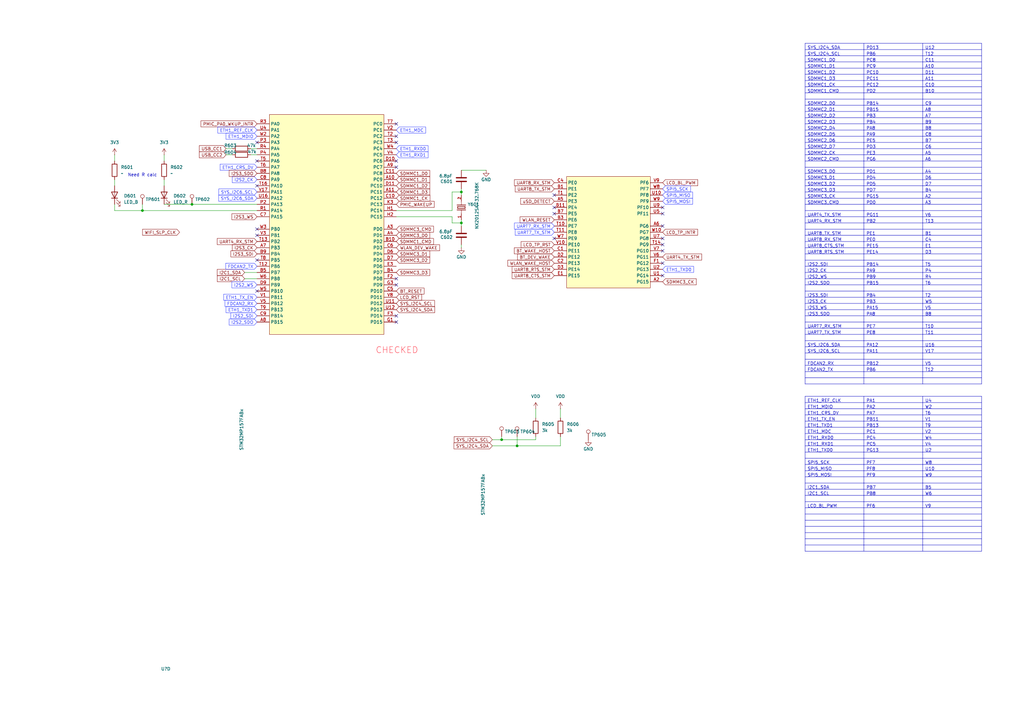
<source format=kicad_sch>
(kicad_sch (version 20250114) (generator "eeschema") (generator_version "9.0")
  (paper "A3")
  (title_block (comment 1 "Author: Mykola Grodskyi"))
  (lib_symbols
    (symbol "Connector:TestPoint" (pin_numbers (hide yes)) (pin_names (offset 0.762) (hide yes))
      (property "Reference" "TP" (at 0 6.858 0))
      (property "Value" "TestPoint" (at 0 5.08 0))
      (symbol "TestPoint_1_1"
        (pin passive line (at 0 0 90) (length 2.54) (name "1") (number "1"))
      )
    )
    (symbol "Device:C" (pin_numbers (hide yes)) (pin_names (offset 0.254))
      (property "Reference" "C" (at 0.635 2.54 0))
      (property "Value" "C" (at 0.635 -2.54 0))
      (symbol "C_1_1"
        (pin passive line (at 0 3.81 270) (length 2.794) (name "~") (number "1"))
        (pin passive line (at 0 -3.81 90) (length 2.794) (name "~") (number "2"))
      )
    )
    (symbol "Device:LED" (pin_numbers (hide yes)) (pin_names (offset 1.016) (hide yes))
      (property "Reference" "D" (at 0 2.54 0))
      (property "Value" "LED" (at 0 -2.54 0))
      (symbol "LED_1_1"
        (pin passive line (at -3.81 0 0) (length 2.54) (name "K") (number "1"))
        (pin passive line (at 3.81 0 180) (length 2.54) (name "A") (number "2"))
      )
    )
    (symbol "Device:R" (pin_numbers (hide yes)) (pin_names (offset 0))
      (property "Reference" "R" (at 2.032 0 90))
      (property "Value" "R" (at 0 0 90))
      (symbol "R_1_1"
        (pin passive line (at 0 3.81 270) (length 1.27) (name "~") (number "1"))
        (pin passive line (at 0 -3.81 90) (length 1.27) (name "~") (number "2"))
      )
    )
    (symbol "NX2012SA-32.768K-STD-MUB-1:NX2012SA-32.768K-STD-MUB-1" (pin_names (offset 1.016))
      (property "Reference" "Y" (at -5.0919 3.8189 0))
      (property "Value" "NX2012SA-32.768K-STD-MUB-1" (at -5.0911 -5.0911 0))
      (symbol "NX2012SA-32.768K-STD-MUB-1_0_0"
        (pin passive line (at -5.08 0 0) (length 2.54) (name "~") (number "1"))
        (pin passive line (at 5.08 0 180) (length 2.54) (name "~") (number "2"))
      )
    )
    (symbol "New_Library:STM32MP157FABx"
      (symbol "STM32MP157FABx_1_1"
        (pin power_in line (at -27.94 105.41 0) (length 5.08) (name "VBAT") (number "H3"))
        (pin power_in line (at -27.94 91.44 0) (length 5.08) (name "VDD") (number "K6"))
        (pin power_in line (at -27.94 88.9 0) (length 5.08) (name "VDD") (number "L5"))
        (pin power_in line (at -27.94 86.36 0) (length 5.08) (name "VDD") (number "L7"))
        (pin power_in line (at -27.94 83.82 0) (length 5.08) (name "VDD") (number "M6"))
        (pin power_in line (at -27.94 81.28 0) (length 5.08) (name "VDD") (number "M8"))
        (pin power_in line (at -27.94 78.74 0) (length 5.08) (name "VDD") (number "N5"))
        (pin power_in line (at -27.94 76.2 0) (length 5.08) (name "VDD") (number "N7"))
        (pin power_in line (at -27.94 73.66 0) (length 5.08) (name "VDD") (number "N9"))
        (pin power_in line (at -27.94 71.12 0) (length 5.08) (name "VDD") (number "P6"))
        (pin power_in line (at -27.94 68.58 0) (length 5.08) (name "VDD") (number "P8"))
        (pin power_in line (at -27.94 66.04 0) (length 5.08) (name "VDD") (number "P10"))
        (pin power_in line (at -27.94 63.5 0) (length 5.08) (name "VDD") (number "R7"))
        (pin power_in line (at -27.94 60.96 0) (length 5.08) (name "VDD") (number "R9"))
        (pin power_in line (at -27.94 58.42 0) (length 5.08) (name "VDD") (number "R11"))
        (pin power_in line (at -27.94 35.56 0) (length 5.08) (name "VDD1V2_DSI_PHY") (number "A16"))
        (pin power_in line (at -27.94 30.48 0) (length 5.08) (name "VDD1V2_DSI_REG") (number "B16"))
        (pin power_in line (at -27.94 25.4 0) (length 5.08) (name "VDD3V3_USBFS") (number "W15"))
        (pin power_in line (at -27.94 20.32 0) (length 5.08) (name "VDD3V3_USBHS") (number "W12"))
        (pin power_in line (at -27.94 15.24 0) (length 5.08) (name "VDDA") (number "M4"))
        (pin power_in line (at -27.94 10.16 0) (length 5.08) (name "VDDA1V1_REG") (number "W11"))
        (pin power_in line (at -27.94 5.08 0) (length 5.08) (name "VDDA1V8_DSI") (number "B12"))
        (pin power_in line (at -27.94 0 0) (length 5.08) (name "VDDA1V8_REG") (number "V11"))
        (pin power_in line (at -27.94 -6.35 0) (length 5.08) (name "VDDCORE") (number "E7"))
        (pin power_in line (at -27.94 -8.89 0) (length 5.08) (name "VDDCORE") (number "E9"))
        (pin power_in line (at -27.94 -11.43 0) (length 5.08) (name "VDDCORE") (number "E11"))
        (pin power_in line (at -27.94 -13.97 0) (length 5.08) (name "VDDCORE") (number "E13"))
        (pin power_in line (at -27.94 -16.51 0) (length 5.08) (name "VDDCORE") (number "F4"))
        (pin power_in line (at -27.94 -19.05 0) (length 5.08) (name "VDDCORE") (number "F6"))
        (pin power_in line (at -27.94 -21.59 0) (length 5.08) (name "VDDCORE") (number "F8"))
        (pin power_in line (at -27.94 -24.13 0) (length 5.08) (name "VDDCORE") (number "F10"))
        (pin power_in line (at -27.94 -26.67 0) (length 5.08) (name "VDDCORE") (number "F12"))
        (pin power_in line (at -27.94 -29.21 0) (length 5.08) (name "VDDCORE") (number "G5"))
        (pin power_in line (at -27.94 -31.75 0) (length 5.08) (name "VDDCORE") (number "G7"))
        (pin power_in line (at -27.94 -34.29 0) (length 5.08) (name "VDDCORE") (number "G9"))
        (pin power_in line (at -27.94 -36.83 0) (length 5.08) (name "VDDCORE") (number "G11"))
        (pin power_in line (at -27.94 -39.37 0) (length 5.08) (name "VDDCORE") (number "H4"))
        (pin power_in line (at -27.94 -41.91 0) (length 5.08) (name "VDDCORE") (number "H6"))
        (pin power_in line (at -27.94 -44.45 0) (length 5.08) (name "VDDCORE") (number "H8"))
        (pin power_in line (at -27.94 -46.99 0) (length 5.08) (name "VDDCORE") (number "H10"))
        (pin power_in line (at -27.94 -49.53 0) (length 5.08) (name "VDDCORE") (number "H12"))
        (pin power_in line (at -27.94 -52.07 0) (length 5.08) (name "VDDCORE") (number "J7"))
        (pin power_in line (at -27.94 -54.61 0) (length 5.08) (name "VDDCORE") (number "J9"))
        (pin power_in line (at -27.94 -57.15 0) (length 5.08) (name "VDDCORE") (number "J11"))
        (pin power_in line (at -27.94 -59.69 0) (length 5.08) (name "VDDCORE") (number "J13"))
        (pin power_in line (at -27.94 -62.23 0) (length 5.08) (name "VDDCORE") (number "K8"))
        (pin power_in line (at -27.94 -64.77 0) (length 5.08) (name "VDDCORE") (number "K10"))
        (pin power_in line (at -27.94 -67.31 0) (length 5.08) (name "VDDCORE") (number "K12"))
        (pin power_in line (at -27.94 -69.85 0) (length 5.08) (name "VDDCORE") (number "L9"))
        (pin power_in line (at -27.94 -72.39 0) (length 5.08) (name "VDDCORE") (number "L11"))
        (pin power_in line (at -27.94 -74.93 0) (length 5.08) (name "VDDCORE") (number "L13"))
        (pin power_in line (at -27.94 -77.47 0) (length 5.08) (name "VDDCORE") (number "M10"))
        (pin power_in line (at -27.94 -80.01 0) (length 5.08) (name "VDDCORE") (number "M12"))
        (pin power_in line (at -27.94 -82.55 0) (length 5.08) (name "VDDCORE") (number "N11"))
        (pin power_in line (at -27.94 -85.09 0) (length 5.08) (name "VDDCORE") (number "N13"))
        (pin power_in line (at -27.94 -87.63 0) (length 5.08) (name "VDDCORE") (number "P12"))
        (pin power_in line (at -27.94 -90.17 0) (length 5.08) (name "VDDCORE") (number "R13"))
        (pin power_in line (at -27.94 -97.79 0) (length 5.08) (name "VDDQ_DDR") (number "E15"))
        (pin power_in line (at -27.94 -100.33 0) (length 5.08) (name "VDDQ_DDR") (number "F14"))
        (pin power_in line (at -27.94 -102.87 0) (length 5.08) (name "VDDQ_DDR") (number "G15"))
        (pin power_in line (at -27.94 -105.41 0) (length 5.08) (name "VDDQ_DDR") (number "H14"))
        (pin power_in line (at -27.94 -107.95 0) (length 5.08) (name "VDDQ_DDR") (number "J15"))
        (pin power_in line (at -27.94 -110.49 0) (length 5.08) (name "VDDQ_DDR") (number "K14"))
        (pin power_in line (at -27.94 -113.03 0) (length 5.08) (name "VDDQ_DDR") (number "L15"))
        (pin power_in line (at -27.94 -115.57 0) (length 5.08) (name "VDDQ_DDR") (number "M14"))
        (pin power_in line (at -27.94 -118.11 0) (length 5.08) (name "VDDQ_DDR") (number "N15"))
        (pin power_in line (at -27.94 -120.65 0) (length 5.08) (name "VDDQ_DDR") (number "P14"))
        (pin power_in line (at -27.94 -123.19 0) (length 5.08) (name "VDDQ_DDR") (number "R15"))
        (pin power_in line (at -27.94 -127 0) (length 5.08) (name "VDD_ANA") (number "L3"))
        (pin power_in line (at -27.94 -130.81 0) (length 5.08) (name "VDD_DSI") (number "A12"))
        (pin power_in line (at -27.94 -134.62 0) (length 5.08) (name "VDD_PLL") (number "J5"))
        (pin power_in line (at -27.94 -137.16 0) (length 5.08) (name "VDD_PLL2") (number "G13"))
        (pin input line (at -27.94 -140.97 0) (length 5.08) (name "VREF+") (number "N3"))
        (pin input line (at -27.94 -144.78 0) (length 5.08) (name "VREF-") (number "M3"))
        (pin passive line (at 54.61 106.68 180) (length 5.08) (name "VSS") (number "N6"))
        (pin passive line (at 54.61 104.14 180) (length 5.08) (name "VSS") (number "N10"))
        (pin passive line (at 54.61 101.6 180) (length 5.08) (name "VSS") (number "U8"))
        (pin passive line (at 54.61 99.06 180) (length 5.08) (name "VSS") (number "U6"))
        (pin passive line (at 54.61 96.52 180) (length 5.08) (name "VSS") (number "W1"))
        (pin passive line (at 54.61 93.98 180) (length 5.08) (name "VSS") (number "U17"))
        (pin passive line (at 54.61 91.44 180) (length 5.08) (name "VSS") (number "T4"))
        (pin passive line (at 54.61 88.9 180) (length 5.08) (name "VSS") (number "R8"))
        (pin passive line (at 54.61 86.36 180) (length 5.08) (name "VSS") (number "R6"))
        (pin passive line (at 54.61 83.82 180) (length 5.08) (name "VSS") (number "R2"))
        (pin passive line (at 54.61 81.28 180) (length 5.08) (name "VSS") (number "R16"))
        (pin passive line (at 54.61 78.74 180) (length 5.08) (name "VSS") (number "R14"))
        (pin passive line (at 54.61 76.2 180) (length 5.08) (name "VSS") (number "R12"))
        (pin passive line (at 54.61 73.66 180) (length 5.08) (name "VSS") (number "U3"))
        (pin passive line (at 54.61 71.12 180) (length 5.08) (name "VSS") (number "P9"))
        (pin passive line (at 54.61 68.58 180) (length 5.08) (name "VSS") (number "P7"))
        (pin passive line (at 54.61 66.04 180) (length 5.08) (name "VSS") (number "R10"))
        (pin passive line (at 54.61 63.5 180) (length 5.08) (name "VSS") (number "P13"))
        (pin passive line (at 54.61 60.96 180) (length 5.08) (name "VSS") (number "P11"))
        (pin passive line (at 54.61 58.42 180) (length 5.08) (name "VSS") (number "P15"))
        (pin passive line (at 54.61 55.88 180) (length 5.08) (name "VSS") (number "N8"))
        (pin passive line (at 54.61 53.34 180) (length 5.08) (name "VSS") (number "N14"))
        (pin passive line (at 54.61 50.8 180) (length 5.08) (name "VSS") (number "N12"))
        (pin passive line (at 54.61 48.26 180) (length 5.08) (name "VSS") (number "M9"))
        (pin passive line (at 54.61 45.72 180) (length 5.08) (name "VSS") (number "W19"))
        (pin passive line (at 54.61 43.18 180) (length 5.08) (name "VSS") (number "M7"))
        (pin passive line (at 54.61 40.64 180) (length 5.08) (name "VSS") (number "M5"))
        (pin passive line (at 54.61 38.1 180) (length 5.08) (name "VSS") (number "M15"))
        (pin passive line (at 54.61 35.56 180) (length 5.08) (name "VSS") (number "M13"))
        (pin passive line (at 54.61 33.02 180) (length 5.08) (name "VSS") (number "M11"))
        (pin passive line (at 54.61 30.48 180) (length 5.08) (name "VSS") (number "L8"))
        (pin passive line (at 54.61 27.94 180) (length 5.08) (name "VSS") (number "L6"))
        (pin passive line (at 54.61 25.4 180) (length 5.08) (name "VSS") (number "L14"))
        (pin passive line (at 54.61 22.86 180) (length 5.08) (name "VSS") (number "L12"))
        (pin passive line (at 54.61 20.32 180) (length 5.08) (name "VSS") (number "L10"))
        (pin passive line (at 54.61 17.78 180) (length 5.08) (name "VSS") (number "K9"))
        (pin passive line (at 54.61 15.24 180) (length 5.08) (name "VSS") (number "K7"))
        (pin passive line (at 54.61 12.7 180) (length 5.08) (name "VSS") (number "K5"))
        (pin passive line (at 54.61 10.16 180) (length 5.08) (name "VSS") (number "K2"))
        (pin passive line (at 54.61 7.62 180) (length 5.08) (name "VSS") (number "K15"))
        (pin passive line (at 54.61 5.08 180) (length 5.08) (name "VSS") (number "K13"))
        (pin passive line (at 54.61 2.54 180) (length 5.08) (name "VSS") (number "K11"))
        (pin passive line (at 54.61 0 180) (length 5.08) (name "VSS") (number "J8"))
        (pin passive line (at 54.61 -2.54 180) (length 5.08) (name "VSS") (number "J6"))
        (pin passive line (at 54.61 -5.08 180) (length 5.08) (name "VSS") (number "J3"))
        (pin passive line (at 54.61 -7.62 180) (length 5.08) (name "VSS") (number "J14"))
        (pin passive line (at 54.61 -10.16 180) (length 5.08) (name "VSS") (number "J12"))
        (pin passive line (at 54.61 -12.7 180) (length 5.08) (name "VSS") (number "J10"))
        (pin passive line (at 54.61 -15.24 180) (length 5.08) (name "VSS") (number "H9"))
        (pin passive line (at 54.61 -17.78 180) (length 5.08) (name "VSS") (number "H7"))
        (pin passive line (at 54.61 -20.32 180) (length 5.08) (name "VSS") (number "H5"))
        (pin passive line (at 54.61 -22.86 180) (length 5.08) (name "VSS") (number "H15"))
        (pin passive line (at 54.61 -25.4 180) (length 5.08) (name "VSS") (number "H13"))
        (pin passive line (at 54.61 -27.94 180) (length 5.08) (name "VSS") (number "H11"))
        (pin passive line (at 54.61 -30.48 180) (length 5.08) (name "VSS") (number "G8"))
        (pin passive line (at 54.61 -33.02 180) (length 5.08) (name "VSS") (number "G6"))
        (pin passive line (at 54.61 -35.56 180) (length 5.08) (name "VSS") (number "G4"))
        (pin passive line (at 54.61 -38.1 180) (length 5.08) (name "VSS") (number "G2"))
        (pin passive line (at 54.61 -40.64 180) (length 5.08) (name "VSS") (number "G14"))
        (pin passive line (at 54.61 -43.18 180) (length 5.08) (name "VSS") (number "G12"))
        (pin passive line (at 54.61 -45.72 180) (length 5.08) (name "VSS") (number "G10"))
        (pin passive line (at 54.61 -48.26 180) (length 5.08) (name "VSS") (number "F9"))
        (pin passive line (at 54.61 -50.8 180) (length 5.08) (name "VSS") (number "F7"))
        (pin passive line (at 54.61 -53.34 180) (length 5.08) (name "VSS") (number "F5"))
        (pin passive line (at 54.61 -55.88 180) (length 5.08) (name "VSS") (number "F15"))
        (pin passive line (at 54.61 -58.42 180) (length 5.08) (name "VSS") (number "F11"))
        (pin passive line (at 54.61 -60.96 180) (length 5.08) (name "VSS") (number "E8"))
        (pin passive line (at 54.61 -63.5 180) (length 5.08) (name "VSS") (number "E6"))
        (pin passive line (at 54.61 -66.04 180) (length 5.08) (name "VSS") (number "E5"))
        (pin passive line (at 54.61 -68.58 180) (length 5.08) (name "VSS") (number "E4"))
        (pin passive line (at 54.61 -71.12 180) (length 5.08) (name "VSS") (number "E2"))
        (pin passive line (at 54.61 -73.66 180) (length 5.08) (name "VSS") (number "E16"))
        (pin passive line (at 54.61 -76.2 180) (length 5.08) (name "VSS") (number "E14"))
        (pin passive line (at 54.61 -78.74 180) (length 5.08) (name "VSS") (number "E12"))
        (pin passive line (at 54.61 -81.28 180) (length 5.08) (name "VSS") (number "E10"))
        (pin passive line (at 54.61 -83.82 180) (length 5.08) (name "VSS") (number "D8"))
        (pin passive line (at 54.61 -86.36 180) (length 5.08) (name "VSS") (number "D5"))
        (pin passive line (at 54.61 -88.9 180) (length 5.08) (name "VSS") (number "D4"))
        (pin passive line (at 54.61 -91.44 180) (length 5.08) (name "VSS") (number "D1"))
        (pin passive line (at 54.61 -93.98 180) (length 5.08) (name "VSS") (number "C3"))
        (pin passive line (at 54.61 -96.52 180) (length 5.08) (name "VSS") (number "C17"))
        (pin passive line (at 54.61 -99.06 180) (length 5.08) (name "VSS") (number "A19"))
        (pin passive line (at 54.61 -101.6 180) (length 5.08) (name "VSS") (number "B2"))
        (pin passive line (at 54.61 -104.14 180) (length 5.08) (name "VSS") (number "B6"))
        (pin power_in line (at 54.61 -106.68 180) (length 5.08) (name "VSS") (number "A1"))
        (pin power_in line (at 54.61 -110.49 180) (length 5.08) (name "VSSA") (number "N4"))
        (pin passive line (at 54.61 -113.03 180) (length 5.08) (name "VSSA") (number "P5"))
        (pin passive line (at 54.61 -115.57 180) (length 5.08) (name "VSSA") (number "R5"))
        (pin power_in line (at 54.61 -119.38 180) (length 5.08) (name "VSS_ANA") (number "L4"))
        (pin passive line (at 54.61 -124.46 180) (length 5.08) (name "VSS_DSI") (number "C16"))
        (pin passive line (at 54.61 -127 180) (length 5.08) (name "VSS_DSI") (number "C15"))
        (pin passive line (at 54.61 -129.54 180) (length 5.08) (name "VSS_DSI") (number "C13"))
        (pin passive line (at 54.61 -132.08 180) (length 5.08) (name "VSS_DSI") (number "C14"))
        (pin power_in line (at 54.61 -134.62 180) (length 5.08) (name "VSS_DSI") (number "C12"))
        (pin power_in line (at 54.61 -138.43 180) (length 5.08) (name "VSS_PLL") (number "J4"))
        (pin power_in line (at 54.61 -140.97 180) (length 5.08) (name "VSS_PLL2") (number "F13"))
        (pin passive line (at 54.61 -144.78 180) (length 5.08) (name "VSS_USBHS") (number "V15"))
        (pin passive line (at 54.61 -147.32 180) (length 5.08) (name "VSS_USBHS") (number "U14"))
        (pin passive line (at 54.61 -149.86 180) (length 5.08) (name "VSS_USBHS") (number "V12"))
        (pin power_in line (at 54.61 -152.4 180) (length 5.08) (name "VSS_USBHS") (number "U13"))
      )
      (symbol "STM32MP157FABx_2_1"
        (pin bidirectional line (at -13.97 39.37 0) (length 5.08) (name "DDR_BA0") (number "G19"))
        (pin bidirectional line (at -13.97 36.83 0) (length 5.08) (name "DDR_BA1") (number "N17"))
        (pin bidirectional line (at -13.97 34.29 0) (length 5.08) (name "DDR_BA2") (number "J16"))
        (pin bidirectional line (at -13.97 30.48 0) (length 5.08) (name "DDR_DQM0") (number "C18"))
        (pin bidirectional line (at -13.97 27.94 0) (length 5.08) (name "DDR_DQM1") (number "U18"))
        (pin bidirectional line (at -13.97 19.05 0) (length 5.08) (name "DDR_DQS0N") (number "B19"))
        (pin bidirectional line (at -13.97 16.51 0) (length 5.08) (name "DDR_DQS0P") (number "C19"))
        (pin bidirectional line (at -13.97 13.97 0) (length 5.08) (name "DDR_DQS1N") (number "T19"))
        (pin bidirectional line (at -13.97 11.43 0) (length 5.08) (name "DDR_DQS1P") (number "U19"))
        (pin bidirectional line (at -13.97 5.08 0) (length 5.08) (name "DDR_DQ0") (number "A17"))
        (pin bidirectional line (at -13.97 2.54 0) (length 5.08) (name "DDR_DQ1") (number "A18"))
        (pin bidirectional line (at -13.97 0 0) (length 5.08) (name "DDR_DQ2") (number "D18"))
        (pin bidirectional line (at -13.97 -2.54 0) (length 5.08) (name "DDR_DQ3") (number "B17"))
        (pin bidirectional line (at -13.97 -5.08 0) (length 5.08) (name "DDR_DQ4") (number "E18"))
        (pin bidirectional line (at -13.97 -7.62 0) (length 5.08) (name "DDR_DQ5") (number "D17"))
        (pin bidirectional line (at -13.97 -10.16 0) (length 5.08) (name "DDR_DQ6") (number "D19"))
        (pin bidirectional line (at -13.97 -12.7 0) (length 5.08) (name "DDR_DQ7") (number "B18"))
        (pin bidirectional line (at -13.97 -15.24 0) (length 5.08) (name "DDR_DQ8") (number "P18"))
        (pin bidirectional line (at -13.97 -17.78 0) (length 5.08) (name "DDR_DQ9") (number "T17"))
        (pin bidirectional line (at -13.97 -20.32 0) (length 5.08) (name "DDR_DQ10") (number "R18"))
        (pin bidirectional line (at -13.97 -22.86 0) (length 5.08) (name "DDR_DQ11") (number "V19"))
        (pin bidirectional line (at -13.97 -25.4 0) (length 5.08) (name "DDR_DQ12") (number "W18"))
        (pin bidirectional line (at -13.97 -27.94 0) (length 5.08) (name "DDR_DQ13") (number "T18"))
        (pin bidirectional line (at -13.97 -30.48 0) (length 5.08) (name "DDR_DQ14") (number "V18"))
        (pin bidirectional line (at -13.97 -33.02 0) (length 5.08) (name "DDR_DQ15") (number "W17"))
        (pin bidirectional line (at 68.58 39.37 180) (length 5.08) (name "DDR_CLKP") (number "L19"))
        (pin bidirectional line (at 68.58 36.83 180) (length 5.08) (name "DDR_CLKN") (number "K19"))
        (pin bidirectional line (at 68.58 30.48 180) (length 5.08) (name "DDR_A0") (number "H18"))
        (pin bidirectional line (at 68.58 27.94 180) (length 5.08) (name "DDR_A1") (number "M17"))
        (pin bidirectional line (at 68.58 25.4 180) (length 5.08) (name "DDR_A2") (number "G18"))
        (pin bidirectional line (at 68.58 22.86 180) (length 5.08) (name "DDR_A3") (number "F19"))
        (pin bidirectional line (at 68.58 20.32 180) (length 5.08) (name "DDR_A4") (number "P17"))
        (pin bidirectional line (at 68.58 17.78 180) (length 5.08) (name "DDR_A5") (number "H17"))
        (pin bidirectional line (at 68.58 15.24 180) (length 5.08) (name "DDR_A6") (number "N16"))
        (pin bidirectional line (at 68.58 12.7 180) (length 5.08) (name "DDR_A7") (number "E17"))
        (pin bidirectional line (at 68.58 10.16 180) (length 5.08) (name "DDR_A8") (number "R17"))
        (pin bidirectional line (at 68.58 7.62 180) (length 5.08) (name "DDR_A9") (number "G17"))
        (pin bidirectional line (at 68.58 5.08 180) (length 5.08) (name "DDR_A10") (number "M19"))
        (pin bidirectional line (at 68.58 2.54 180) (length 5.08) (name "DDR_A11") (number "M18"))
        (pin bidirectional line (at 68.58 0 180) (length 5.08) (name "DDR_A12") (number "L17"))
        (pin bidirectional line (at 68.58 -2.54 180) (length 5.08) (name "DDR_A13") (number "F17"))
        (pin bidirectional line (at 68.58 -5.08 180) (length 5.08) (name "DDR_A14") (number "N18"))
        (pin bidirectional line (at 68.58 -7.62 180) (length 5.08) (name "DDR_A15") (number "L16"))
        (pin bidirectional line (at 68.58 -12.7 180) (length 5.08) (name "DDR_RASN") (number "L18"))
        (pin bidirectional line (at 68.58 -15.24 180) (length 5.08) (name "DDR_CASN") (number "K17"))
        (pin bidirectional line (at 68.58 -17.78 180) (length 5.08) (name "DDR_CSN") (number "J18"))
        (pin bidirectional line (at 68.58 -20.32 180) (length 5.08) (name "DDR_CKE") (number "P19"))
        (pin bidirectional line (at 68.58 -22.86 180) (length 5.08) (name "DDR_WEN") (number "J17"))
        (pin bidirectional line (at 68.58 -25.4 180) (length 5.08) (name "DDR_ODT") (number "H19"))
        (pin bidirectional line (at 68.58 -31.75 180) (length 5.08) (name "DDR_RESETN") (number "G16"))
        (pin bidirectional line (at 68.58 -35.56 180) (length 5.08) (name "DDR_VREF") (number "W16"))
        (pin bidirectional line (at 68.58 -39.37 180) (length 5.08) (name "DDR_ZQ") (number "F18"))
        (pin bidirectional line (at 68.58 -43.18 180) (length 5.08) (name "DDR_ATO") (number "N19"))
        (pin bidirectional line (at 68.58 -45.72 180) (length 5.08) (name "DDR_DTO1") (number "J19"))
        (pin bidirectional line (at 68.58 -48.26 180) (length 5.08) (name "DDR_DTO0") (number "K18"))
      )
      (symbol "STM32MP157FABx_3_1"
        (pin bidirectional line (at -17.78 39.37 0) (length 5.08) (name "PA0") (number "R3"))
        (pin bidirectional line (at -17.78 36.83 0) (length 5.08) (name "PA1") (number "U4"))
        (pin bidirectional line (at -17.78 34.29 0) (length 5.08) (name "PA2") (number "W2"))
        (pin bidirectional line (at -17.78 31.75 0) (length 5.08) (name "PA3") (number "P3"))
        (pin bidirectional line (at -17.78 29.21 0) (length 5.08) (name "PA4") (number "R4"))
        (pin bidirectional line (at -17.78 26.67 0) (length 5.08) (name "PA5") (number "P4"))
        (pin bidirectional line (at -17.78 24.13 0) (length 5.08) (name "PA6") (number "T5"))
        (pin bidirectional line (at -17.78 21.59 0) (length 5.08) (name "PA7") (number "T6"))
        (pin bidirectional line (at -17.78 19.05 0) (length 5.08) (name "PA8") (number "B8"))
        (pin bidirectional line (at -17.78 16.51 0) (length 5.08) (name "PA9") (number "C8"))
        (pin bidirectional line (at -17.78 13.97 0) (length 5.08) (name "PA10") (number "T16"))
        (pin bidirectional line (at -17.78 11.43 0) (length 5.08) (name "PA11") (number "V17"))
        (pin bidirectional line (at -17.78 8.89 0) (length 5.08) (name "PA12") (number "U16"))
        (pin bidirectional line (at -17.78 6.35 0) (length 5.08) (name "PA13") (number "P2"))
        (pin bidirectional line (at -17.78 3.81 0) (length 5.08) (name "PA14") (number "R1"))
        (pin bidirectional line (at -17.78 1.27 0) (length 5.08) (name "PA15") (number "C7"))
        (pin bidirectional line (at -17.78 -3.81 0) (length 5.08) (name "PB0") (number "W3"))
        (pin bidirectional line (at -17.78 -6.35 0) (length 5.08) (name "PB1") (number "V3"))
        (pin bidirectional line (at -17.78 -8.89 0) (length 5.08) (name "PB2") (number "T13"))
        (pin bidirectional line (at -17.78 -11.43 0) (length 5.08) (name "PB3") (number "A7"))
        (pin bidirectional line (at -17.78 -13.97 0) (length 5.08) (name "PB4") (number "B9"))
        (pin bidirectional line (at -17.78 -16.51 0) (length 5.08) (name "PB5") (number "T8"))
        (pin bidirectional line (at -17.78 -19.05 0) (length 5.08) (name "PB6") (number "T12"))
        (pin bidirectional line (at -17.78 -21.59 0) (length 5.08) (name "PB7") (number "B5"))
        (pin bidirectional line (at -17.78 -24.13 0) (length 5.08) (name "PB8") (number "W6"))
        (pin bidirectional line (at -17.78 -26.67 0) (length 5.08) (name "PB9") (number "D9"))
        (pin bidirectional line (at -17.78 -29.21 0) (length 5.08) (name "PB10") (number "W5"))
        (pin bidirectional line (at -17.78 -31.75 0) (length 5.08) (name "PB11") (number "V1"))
        (pin bidirectional line (at -17.78 -34.29 0) (length 5.08) (name "PB12") (number "V5"))
        (pin bidirectional line (at -17.78 -36.83 0) (length 5.08) (name "PB13") (number "T9"))
        (pin bidirectional line (at -17.78 -39.37 0) (length 5.08) (name "PB14") (number "C9"))
        (pin bidirectional line (at -17.78 -41.91 0) (length 5.08) (name "PB15") (number "A8"))
        (pin bidirectional line (at 39.37 39.37 180) (length 5.08) (name "PC0") (number "T7"))
        (pin bidirectional line (at 39.37 36.83 180) (length 5.08) (name "PC1") (number "V2"))
        (pin bidirectional line (at 39.37 34.29 180) (length 5.08) (name "PC2") (number "T2"))
        (pin bidirectional line (at 39.37 31.75 180) (length 5.08) (name "PC3") (number "T3"))
        (pin bidirectional line (at 39.37 29.21 180) (length 5.08) (name "PC4") (number "W4"))
        (pin bidirectional line (at 39.37 26.67 180) (length 5.08) (name "PC5") (number "V4"))
        (pin bidirectional line (at 39.37 24.13 180) (length 5.08) (name "PC6") (number "D10"))
        (pin bidirectional line (at 39.37 21.59 180) (length 5.08) (name "PC7") (number "A9"))
        (pin bidirectional line (at 39.37 19.05 180) (length 5.08) (name "PC8") (number "C11"))
        (pin bidirectional line (at 39.37 16.51 180) (length 5.08) (name "PC9") (number "A10"))
        (pin bidirectional line (at 39.37 13.97 180) (length 5.08) (name "PC10") (number "D11"))
        (pin bidirectional line (at 39.37 11.43 180) (length 5.08) (name "PC11") (number "A11"))
        (pin bidirectional line (at 39.37 8.89 180) (length 5.08) (name "PC12") (number "C10"))
        (pin bidirectional line (at 39.37 6.35 180) (length 5.08) (name "PC13") (number "K3"))
        (pin bidirectional line (at 39.37 3.81 180) (length 5.08) (name "PC14") (number "H1"))
        (pin bidirectional line (at 39.37 1.27 180) (length 5.08) (name "PC15") (number "H2"))
        (pin bidirectional line (at 39.37 -3.81 180) (length 5.08) (name "PD0") (number "A3"))
        (pin bidirectional line (at 39.37 -6.35 180) (length 5.08) (name "PD1") (number "A4"))
        (pin bidirectional line (at 39.37 -8.89 180) (length 5.08) (name "PD2") (number "B10"))
        (pin bidirectional line (at 39.37 -11.43 180) (length 5.08) (name "PD3") (number "C6"))
        (pin bidirectional line (at 39.37 -13.97 180) (length 5.08) (name "PD4") (number "D6"))
        (pin bidirectional line (at 39.37 -16.51 180) (length 5.08) (name "PD5") (number "D7"))
        (pin bidirectional line (at 39.37 -19.05 180) (length 5.08) (name "PD6") (number "E3"))
        (pin bidirectional line (at 39.37 -21.59 180) (length 5.08) (name "PD7") (number "B4"))
        (pin bidirectional line (at 39.37 -24.13 180) (length 5.08) (name "PD8") (number "F2"))
        (pin bidirectional line (at 39.37 -26.67 180) (length 5.08) (name "PD9") (number "G3"))
        (pin bidirectional line (at 39.37 -29.21 180) (length 5.08) (name "PD10") (number "C5"))
        (pin bidirectional line (at 39.37 -31.75 180) (length 5.08) (name "PD11") (number "V8"))
        (pin bidirectional line (at 39.37 -34.29 180) (length 5.08) (name "PD12") (number "U11"))
        (pin bidirectional line (at 39.37 -36.83 180) (length 5.08) (name "PD13") (number "U12"))
        (pin bidirectional line (at 39.37 -39.37 180) (length 5.08) (name "PD14") (number "F3"))
        (pin bidirectional line (at 39.37 -41.91 180) (length 5.08) (name "PD15") (number "G1"))
      )
      (symbol "STM32MP157FABx_4_1"
        (pin bidirectional line (at 5.08 41.91 0) (length 5.08) (name "PE0") (number "C4"))
        (pin bidirectional line (at 5.08 39.37 0) (length 5.08) (name "PE1") (number "B1"))
        (pin bidirectional line (at 5.08 36.83 0) (length 5.08) (name "PE2") (number "T1"))
        (pin bidirectional line (at 5.08 34.29 0) (length 5.08) (name "PE3") (number "A5"))
        (pin bidirectional line (at 5.08 31.75 0) (length 5.08) (name "PE4") (number "B11"))
        (pin bidirectional line (at 5.08 29.21 0) (length 5.08) (name "PE5") (number "B7"))
        (pin bidirectional line (at 5.08 26.67 0) (length 5.08) (name "PE6") (number "B3"))
        (pin bidirectional line (at 5.08 24.13 0) (length 5.08) (name "PE7") (number "T10"))
        (pin bidirectional line (at 5.08 21.59 0) (length 5.08) (name "PE8") (number "T11"))
        (pin bidirectional line (at 5.08 19.05 0) (length 5.08) (name "PE9") (number "W7"))
        (pin bidirectional line (at 5.08 16.51 0) (length 5.08) (name "PE10") (number "V10"))
        (pin bidirectional line (at 5.08 13.97 0) (length 5.08) (name "PE11") (number "C1"))
        (pin bidirectional line (at 5.08 11.43 0) (length 5.08) (name "PE12") (number "D2"))
        (pin bidirectional line (at 5.08 8.89 0) (length 5.08) (name "PE13") (number "C2"))
        (pin bidirectional line (at 5.08 6.35 0) (length 5.08) (name "PE14") (number "D3"))
        (pin bidirectional line (at 5.08 3.81 0) (length 5.08) (name "PE15") (number "E1"))
        (pin bidirectional line (at 49.53 41.91 180) (length 5.08) (name "PF6") (number "V9"))
        (pin bidirectional line (at 49.53 39.37 180) (length 5.08) (name "PF7") (number "W8"))
        (pin bidirectional line (at 49.53 36.83 180) (length 5.08) (name "PF8") (number "U10"))
        (pin bidirectional line (at 49.53 34.29 180) (length 5.08) (name "PF9") (number "W9"))
        (pin bidirectional line (at 49.53 31.75 180) (length 5.08) (name "PF10") (number "U9"))
        (pin bidirectional line (at 49.53 29.21 180) (length 5.08) (name "PF11") (number "U5"))
        (pin bidirectional line (at 49.53 24.13 180) (length 5.08) (name "PG6") (number "A6"))
        (pin bidirectional line (at 49.53 21.59 180) (length 5.08) (name "PG7") (number "W10"))
        (pin bidirectional line (at 49.53 19.05 180) (length 5.08) (name "PG8") (number "U7"))
        (pin bidirectional line (at 49.53 16.51 180) (length 5.08) (name "PG9") (number "T14"))
        (pin bidirectional line (at 49.53 13.97 180) (length 5.08) (name "PG10") (number "V7"))
        (pin bidirectional line (at 49.53 11.43 180) (length 5.08) (name "PG11") (number "V6"))
        (pin bidirectional line (at 49.53 8.89 180) (length 5.08) (name "PG12") (number "F1"))
        (pin bidirectional line (at 49.53 6.35 180) (length 5.08) (name "PG13") (number "U2"))
        (pin bidirectional line (at 49.53 3.81 180) (length 5.08) (name "PG14") (number "U1"))
        (pin bidirectional line (at 49.53 1.27 180) (length 5.08) (name "PG15") (number "A2"))
      )
      (symbol "STM32MP157FABx_5_1"
        (pin input line (at -21.59 7.62 0) (length 5.08) (name "BOOT0") (number "K1"))
        (pin input line (at -21.59 5.08 0) (length 5.08) (name "BOOT1") (number "K4"))
        (pin input line (at -21.59 2.54 0) (length 5.08) (name "BOOT2") (number "L2"))
        (pin output line (at -21.59 -1.27 0) (length 5.08) (name "PWR_LP") (number "P1"))
        (pin output line (at -21.59 -3.81 0) (length 5.08) (name "PWR_ON") (number "L1"))
        (pin input line (at -21.59 -8.89 0) (length 5.08) (name "NRST") (number "J1"))
        (pin input line (at -21.59 -11.43 0) (length 5.08) (name "NRST_CORE") (number "J2"))
        (pin bidirectional line (at -21.59 -15.24 0) (length 5.08) (name "BYPASS_REG1V8") (number "T15"))
        (pin bidirectional line (at -21.59 -17.78 0) (length 5.08) (name "PDR_ON") (number "N2"))
        (pin bidirectional line (at -21.59 -20.32 0) (length 5.08) (name "PDR_ON_CORE") (number "N1"))
        (pin bidirectional line (at 17.78 7.62 180) (length 5.08) (name "PH0") (number "M1"))
        (pin bidirectional line (at 17.78 5.08 180) (length 5.08) (name "PH1") (number "M2"))
        (pin bidirectional line (at 17.78 -1.27 180) (length 5.08) (name "NJTRST") (number "D12"))
        (pin bidirectional line (at 17.78 -3.81 180) (length 5.08) (name "JTMS") (number "D15"))
        (pin bidirectional line (at 17.78 -6.35 180) (length 5.08) (name "JTDO") (number "D14"))
        (pin bidirectional line (at 17.78 -8.89 180) (length 5.08) (name "JTDI") (number "D13"))
        (pin bidirectional line (at 17.78 -11.43 180) (length 5.08) (name "JTCK") (number "D16"))
      )
      (symbol "STM32MP157FABx_6_1"
        (pin bidirectional line (at -3.81 16.51 0) (length 5.08) (name "OTG_VBUS") (number "U15"))
        (pin bidirectional line (at -3.81 13.97 0) (length 5.08) (name "USB_DM1") (number "W14"))
        (pin bidirectional line (at -3.81 11.43 0) (length 5.08) (name "USB_DP1") (number "V14"))
        (pin bidirectional line (at -3.81 8.89 0) (length 5.08) (name "USB_DM2") (number "V13"))
        (pin bidirectional line (at -3.81 6.35 0) (length 5.08) (name "USB_DP2") (number "W13"))
        (pin bidirectional line (at -3.81 3.81 0) (length 5.08) (name "USB_RREF") (number "V16"))
        (pin bidirectional line (at 44.45 16.51 180) (length 5.08) (name "DSIHOST_CKN") (number "A14"))
        (pin bidirectional line (at 44.45 13.97 180) (length 5.08) (name "DSIHOST_CKP") (number "B14"))
        (pin bidirectional line (at 44.45 11.43 180) (length 5.08) (name "DSIHOST_D0N") (number "A13"))
        (pin bidirectional line (at 44.45 8.89 180) (length 5.08) (name "DSIHOST_D0P") (number "B13"))
        (pin bidirectional line (at 44.45 6.35 180) (length 5.08) (name "DSIHOST_D1N") (number "A15"))
        (pin bidirectional line (at 44.45 3.81 180) (length 5.08) (name "DSIHOST_D1P") (number "B15"))
      )
    )
    (symbol "STM32MP157FABx_1"
      (symbol "STM32MP157FABx_1_1_1"
        (pin power_in line (at -27.94 105.41 0) (length 5.08) (name "VBAT") (number "H3"))
        (pin power_in line (at -27.94 91.44 0) (length 5.08) (name "VDD") (number "K6"))
        (pin power_in line (at -27.94 88.9 0) (length 5.08) (name "VDD") (number "L5"))
        (pin power_in line (at -27.94 86.36 0) (length 5.08) (name "VDD") (number "L7"))
        (pin power_in line (at -27.94 83.82 0) (length 5.08) (name "VDD") (number "M6"))
        (pin power_in line (at -27.94 81.28 0) (length 5.08) (name "VDD") (number "M8"))
        (pin power_in line (at -27.94 78.74 0) (length 5.08) (name "VDD") (number "N5"))
        (pin power_in line (at -27.94 76.2 0) (length 5.08) (name "VDD") (number "N7"))
        (pin power_in line (at -27.94 73.66 0) (length 5.08) (name "VDD") (number "N9"))
        (pin power_in line (at -27.94 71.12 0) (length 5.08) (name "VDD") (number "P6"))
        (pin power_in line (at -27.94 68.58 0) (length 5.08) (name "VDD") (number "P8"))
        (pin power_in line (at -27.94 66.04 0) (length 5.08) (name "VDD") (number "P10"))
        (pin power_in line (at -27.94 63.5 0) (length 5.08) (name "VDD") (number "R7"))
        (pin power_in line (at -27.94 60.96 0) (length 5.08) (name "VDD") (number "R9"))
        (pin power_in line (at -27.94 58.42 0) (length 5.08) (name "VDD") (number "R11"))
        (pin power_in line (at -27.94 35.56 0) (length 5.08) (name "VDD1V2_DSI_PHY") (number "A16"))
        (pin power_in line (at -27.94 30.48 0) (length 5.08) (name "VDD1V2_DSI_REG") (number "B16"))
        (pin power_in line (at -27.94 25.4 0) (length 5.08) (name "VDD3V3_USBFS") (number "W15"))
        (pin power_in line (at -27.94 20.32 0) (length 5.08) (name "VDD3V3_USBHS") (number "W12"))
        (pin power_in line (at -27.94 15.24 0) (length 5.08) (name "VDDA") (number "M4"))
        (pin power_in line (at -27.94 10.16 0) (length 5.08) (name "VDDA1V1_REG") (number "W11"))
        (pin power_in line (at -27.94 5.08 0) (length 5.08) (name "VDDA1V8_DSI") (number "B12"))
        (pin power_in line (at -27.94 0 0) (length 5.08) (name "VDDA1V8_REG") (number "V11"))
        (pin power_in line (at -27.94 -6.35 0) (length 5.08) (name "VDDCORE") (number "E7"))
        (pin power_in line (at -27.94 -8.89 0) (length 5.08) (name "VDDCORE") (number "E9"))
        (pin power_in line (at -27.94 -11.43 0) (length 5.08) (name "VDDCORE") (number "E11"))
        (pin power_in line (at -27.94 -13.97 0) (length 5.08) (name "VDDCORE") (number "E13"))
        (pin power_in line (at -27.94 -16.51 0) (length 5.08) (name "VDDCORE") (number "F4"))
        (pin power_in line (at -27.94 -19.05 0) (length 5.08) (name "VDDCORE") (number "F6"))
        (pin power_in line (at -27.94 -21.59 0) (length 5.08) (name "VDDCORE") (number "F8"))
        (pin power_in line (at -27.94 -24.13 0) (length 5.08) (name "VDDCORE") (number "F10"))
        (pin power_in line (at -27.94 -26.67 0) (length 5.08) (name "VDDCORE") (number "F12"))
        (pin power_in line (at -27.94 -29.21 0) (length 5.08) (name "VDDCORE") (number "G5"))
        (pin power_in line (at -27.94 -31.75 0) (length 5.08) (name "VDDCORE") (number "G7"))
        (pin power_in line (at -27.94 -34.29 0) (length 5.08) (name "VDDCORE") (number "G9"))
        (pin power_in line (at -27.94 -36.83 0) (length 5.08) (name "VDDCORE") (number "G11"))
        (pin power_in line (at -27.94 -39.37 0) (length 5.08) (name "VDDCORE") (number "H4"))
        (pin power_in line (at -27.94 -41.91 0) (length 5.08) (name "VDDCORE") (number "H6"))
        (pin power_in line (at -27.94 -44.45 0) (length 5.08) (name "VDDCORE") (number "H8"))
        (pin power_in line (at -27.94 -46.99 0) (length 5.08) (name "VDDCORE") (number "H10"))
        (pin power_in line (at -27.94 -49.53 0) (length 5.08) (name "VDDCORE") (number "H12"))
        (pin power_in line (at -27.94 -52.07 0) (length 5.08) (name "VDDCORE") (number "J7"))
        (pin power_in line (at -27.94 -54.61 0) (length 5.08) (name "VDDCORE") (number "J9"))
        (pin power_in line (at -27.94 -57.15 0) (length 5.08) (name "VDDCORE") (number "J11"))
        (pin power_in line (at -27.94 -59.69 0) (length 5.08) (name "VDDCORE") (number "J13"))
        (pin power_in line (at -27.94 -62.23 0) (length 5.08) (name "VDDCORE") (number "K8"))
        (pin power_in line (at -27.94 -64.77 0) (length 5.08) (name "VDDCORE") (number "K10"))
        (pin power_in line (at -27.94 -67.31 0) (length 5.08) (name "VDDCORE") (number "K12"))
        (pin power_in line (at -27.94 -69.85 0) (length 5.08) (name "VDDCORE") (number "L9"))
        (pin power_in line (at -27.94 -72.39 0) (length 5.08) (name "VDDCORE") (number "L11"))
        (pin power_in line (at -27.94 -74.93 0) (length 5.08) (name "VDDCORE") (number "L13"))
        (pin power_in line (at -27.94 -77.47 0) (length 5.08) (name "VDDCORE") (number "M10"))
        (pin power_in line (at -27.94 -80.01 0) (length 5.08) (name "VDDCORE") (number "M12"))
        (pin power_in line (at -27.94 -82.55 0) (length 5.08) (name "VDDCORE") (number "N11"))
        (pin power_in line (at -27.94 -85.09 0) (length 5.08) (name "VDDCORE") (number "N13"))
        (pin power_in line (at -27.94 -87.63 0) (length 5.08) (name "VDDCORE") (number "P12"))
        (pin power_in line (at -27.94 -90.17 0) (length 5.08) (name "VDDCORE") (number "R13"))
        (pin power_in line (at -27.94 -97.79 0) (length 5.08) (name "VDDQ_DDR") (number "E15"))
        (pin power_in line (at -27.94 -100.33 0) (length 5.08) (name "VDDQ_DDR") (number "F14"))
        (pin power_in line (at -27.94 -102.87 0) (length 5.08) (name "VDDQ_DDR") (number "G15"))
        (pin power_in line (at -27.94 -105.41 0) (length 5.08) (name "VDDQ_DDR") (number "H14"))
        (pin power_in line (at -27.94 -107.95 0) (length 5.08) (name "VDDQ_DDR") (number "J15"))
        (pin power_in line (at -27.94 -110.49 0) (length 5.08) (name "VDDQ_DDR") (number "K14"))
        (pin power_in line (at -27.94 -113.03 0) (length 5.08) (name "VDDQ_DDR") (number "L15"))
        (pin power_in line (at -27.94 -115.57 0) (length 5.08) (name "VDDQ_DDR") (number "M14"))
        (pin power_in line (at -27.94 -118.11 0) (length 5.08) (name "VDDQ_DDR") (number "N15"))
        (pin power_in line (at -27.94 -120.65 0) (length 5.08) (name "VDDQ_DDR") (number "P14"))
        (pin power_in line (at -27.94 -123.19 0) (length 5.08) (name "VDDQ_DDR") (number "R15"))
        (pin power_in line (at -27.94 -127 0) (length 5.08) (name "VDD_ANA") (number "L3"))
        (pin power_in line (at -27.94 -130.81 0) (length 5.08) (name "VDD_DSI") (number "A12"))
        (pin power_in line (at -27.94 -134.62 0) (length 5.08) (name "VDD_PLL") (number "J5"))
        (pin power_in line (at -27.94 -137.16 0) (length 5.08) (name "VDD_PLL2") (number "G13"))
        (pin input line (at -27.94 -140.97 0) (length 5.08) (name "VREF+") (number "N3"))
        (pin input line (at -27.94 -144.78 0) (length 5.08) (name "VREF-") (number "M3"))
        (pin passive line (at 54.61 106.68 180) (length 5.08) (name "VSS") (number "N6"))
        (pin passive line (at 54.61 104.14 180) (length 5.08) (name "VSS") (number "N10"))
        (pin passive line (at 54.61 101.6 180) (length 5.08) (name "VSS") (number "U8"))
        (pin passive line (at 54.61 99.06 180) (length 5.08) (name "VSS") (number "U6"))
        (pin passive line (at 54.61 96.52 180) (length 5.08) (name "VSS") (number "W1"))
        (pin passive line (at 54.61 93.98 180) (length 5.08) (name "VSS") (number "U17"))
        (pin passive line (at 54.61 91.44 180) (length 5.08) (name "VSS") (number "T4"))
        (pin passive line (at 54.61 88.9 180) (length 5.08) (name "VSS") (number "R8"))
        (pin passive line (at 54.61 86.36 180) (length 5.08) (name "VSS") (number "R6"))
        (pin passive line (at 54.61 83.82 180) (length 5.08) (name "VSS") (number "R2"))
        (pin passive line (at 54.61 81.28 180) (length 5.08) (name "VSS") (number "R16"))
        (pin passive line (at 54.61 78.74 180) (length 5.08) (name "VSS") (number "R14"))
        (pin passive line (at 54.61 76.2 180) (length 5.08) (name "VSS") (number "R12"))
        (pin passive line (at 54.61 73.66 180) (length 5.08) (name "VSS") (number "U3"))
        (pin passive line (at 54.61 71.12 180) (length 5.08) (name "VSS") (number "P9"))
        (pin passive line (at 54.61 68.58 180) (length 5.08) (name "VSS") (number "P7"))
        (pin passive line (at 54.61 66.04 180) (length 5.08) (name "VSS") (number "R10"))
        (pin passive line (at 54.61 63.5 180) (length 5.08) (name "VSS") (number "P13"))
        (pin passive line (at 54.61 60.96 180) (length 5.08) (name "VSS") (number "P11"))
        (pin passive line (at 54.61 58.42 180) (length 5.08) (name "VSS") (number "P15"))
        (pin passive line (at 54.61 55.88 180) (length 5.08) (name "VSS") (number "N8"))
        (pin passive line (at 54.61 53.34 180) (length 5.08) (name "VSS") (number "N14"))
        (pin passive line (at 54.61 50.8 180) (length 5.08) (name "VSS") (number "N12"))
        (pin passive line (at 54.61 48.26 180) (length 5.08) (name "VSS") (number "M9"))
        (pin passive line (at 54.61 45.72 180) (length 5.08) (name "VSS") (number "W19"))
        (pin passive line (at 54.61 43.18 180) (length 5.08) (name "VSS") (number "M7"))
        (pin passive line (at 54.61 40.64 180) (length 5.08) (name "VSS") (number "M5"))
        (pin passive line (at 54.61 38.1 180) (length 5.08) (name "VSS") (number "M15"))
        (pin passive line (at 54.61 35.56 180) (length 5.08) (name "VSS") (number "M13"))
        (pin passive line (at 54.61 33.02 180) (length 5.08) (name "VSS") (number "M11"))
        (pin passive line (at 54.61 30.48 180) (length 5.08) (name "VSS") (number "L8"))
        (pin passive line (at 54.61 27.94 180) (length 5.08) (name "VSS") (number "L6"))
        (pin passive line (at 54.61 25.4 180) (length 5.08) (name "VSS") (number "L14"))
        (pin passive line (at 54.61 22.86 180) (length 5.08) (name "VSS") (number "L12"))
        (pin passive line (at 54.61 20.32 180) (length 5.08) (name "VSS") (number "L10"))
        (pin passive line (at 54.61 17.78 180) (length 5.08) (name "VSS") (number "K9"))
        (pin passive line (at 54.61 15.24 180) (length 5.08) (name "VSS") (number "K7"))
        (pin passive line (at 54.61 12.7 180) (length 5.08) (name "VSS") (number "K5"))
        (pin passive line (at 54.61 10.16 180) (length 5.08) (name "VSS") (number "K2"))
        (pin passive line (at 54.61 7.62 180) (length 5.08) (name "VSS") (number "K15"))
        (pin passive line (at 54.61 5.08 180) (length 5.08) (name "VSS") (number "K13"))
        (pin passive line (at 54.61 2.54 180) (length 5.08) (name "VSS") (number "K11"))
        (pin passive line (at 54.61 0 180) (length 5.08) (name "VSS") (number "J8"))
        (pin passive line (at 54.61 -2.54 180) (length 5.08) (name "VSS") (number "J6"))
        (pin passive line (at 54.61 -5.08 180) (length 5.08) (name "VSS") (number "J3"))
        (pin passive line (at 54.61 -7.62 180) (length 5.08) (name "VSS") (number "J14"))
        (pin passive line (at 54.61 -10.16 180) (length 5.08) (name "VSS") (number "J12"))
        (pin passive line (at 54.61 -12.7 180) (length 5.08) (name "VSS") (number "J10"))
        (pin passive line (at 54.61 -15.24 180) (length 5.08) (name "VSS") (number "H9"))
        (pin passive line (at 54.61 -17.78 180) (length 5.08) (name "VSS") (number "H7"))
        (pin passive line (at 54.61 -20.32 180) (length 5.08) (name "VSS") (number "H5"))
        (pin passive line (at 54.61 -22.86 180) (length 5.08) (name "VSS") (number "H15"))
        (pin passive line (at 54.61 -25.4 180) (length 5.08) (name "VSS") (number "H13"))
        (pin passive line (at 54.61 -27.94 180) (length 5.08) (name "VSS") (number "H11"))
        (pin passive line (at 54.61 -30.48 180) (length 5.08) (name "VSS") (number "G8"))
        (pin passive line (at 54.61 -33.02 180) (length 5.08) (name "VSS") (number "G6"))
        (pin passive line (at 54.61 -35.56 180) (length 5.08) (name "VSS") (number "G4"))
        (pin passive line (at 54.61 -38.1 180) (length 5.08) (name "VSS") (number "G2"))
        (pin passive line (at 54.61 -40.64 180) (length 5.08) (name "VSS") (number "G14"))
        (pin passive line (at 54.61 -43.18 180) (length 5.08) (name "VSS") (number "G12"))
        (pin passive line (at 54.61 -45.72 180) (length 5.08) (name "VSS") (number "G10"))
        (pin passive line (at 54.61 -48.26 180) (length 5.08) (name "VSS") (number "F9"))
        (pin passive line (at 54.61 -50.8 180) (length 5.08) (name "VSS") (number "F7"))
        (pin passive line (at 54.61 -53.34 180) (length 5.08) (name "VSS") (number "F5"))
        (pin passive line (at 54.61 -55.88 180) (length 5.08) (name "VSS") (number "F15"))
        (pin passive line (at 54.61 -58.42 180) (length 5.08) (name "VSS") (number "F11"))
        (pin passive line (at 54.61 -60.96 180) (length 5.08) (name "VSS") (number "E8"))
        (pin passive line (at 54.61 -63.5 180) (length 5.08) (name "VSS") (number "E6"))
        (pin passive line (at 54.61 -66.04 180) (length 5.08) (name "VSS") (number "E5"))
        (pin passive line (at 54.61 -68.58 180) (length 5.08) (name "VSS") (number "E4"))
        (pin passive line (at 54.61 -71.12 180) (length 5.08) (name "VSS") (number "E2"))
        (pin passive line (at 54.61 -73.66 180) (length 5.08) (name "VSS") (number "E16"))
        (pin passive line (at 54.61 -76.2 180) (length 5.08) (name "VSS") (number "E14"))
        (pin passive line (at 54.61 -78.74 180) (length 5.08) (name "VSS") (number "E12"))
        (pin passive line (at 54.61 -81.28 180) (length 5.08) (name "VSS") (number "E10"))
        (pin passive line (at 54.61 -83.82 180) (length 5.08) (name "VSS") (number "D8"))
        (pin passive line (at 54.61 -86.36 180) (length 5.08) (name "VSS") (number "D5"))
        (pin passive line (at 54.61 -88.9 180) (length 5.08) (name "VSS") (number "D4"))
        (pin passive line (at 54.61 -91.44 180) (length 5.08) (name "VSS") (number "D1"))
        (pin passive line (at 54.61 -93.98 180) (length 5.08) (name "VSS") (number "C3"))
        (pin passive line (at 54.61 -96.52 180) (length 5.08) (name "VSS") (number "C17"))
        (pin passive line (at 54.61 -99.06 180) (length 5.08) (name "VSS") (number "A19"))
        (pin passive line (at 54.61 -101.6 180) (length 5.08) (name "VSS") (number "B2"))
        (pin passive line (at 54.61 -104.14 180) (length 5.08) (name "VSS") (number "B6"))
        (pin power_in line (at 54.61 -106.68 180) (length 5.08) (name "VSS") (number "A1"))
        (pin power_in line (at 54.61 -110.49 180) (length 5.08) (name "VSSA") (number "N4"))
        (pin passive line (at 54.61 -113.03 180) (length 5.08) (name "VSSA") (number "P5"))
        (pin passive line (at 54.61 -115.57 180) (length 5.08) (name "VSSA") (number "R5"))
        (pin power_in line (at 54.61 -119.38 180) (length 5.08) (name "VSS_ANA") (number "L4"))
        (pin passive line (at 54.61 -124.46 180) (length 5.08) (name "VSS_DSI") (number "C16"))
        (pin passive line (at 54.61 -127 180) (length 5.08) (name "VSS_DSI") (number "C15"))
        (pin passive line (at 54.61 -129.54 180) (length 5.08) (name "VSS_DSI") (number "C13"))
        (pin passive line (at 54.61 -132.08 180) (length 5.08) (name "VSS_DSI") (number "C14"))
        (pin power_in line (at 54.61 -134.62 180) (length 5.08) (name "VSS_DSI") (number "C12"))
        (pin power_in line (at 54.61 -138.43 180) (length 5.08) (name "VSS_PLL") (number "J4"))
        (pin power_in line (at 54.61 -140.97 180) (length 5.08) (name "VSS_PLL2") (number "F13"))
        (pin passive line (at 54.61 -144.78 180) (length 5.08) (name "VSS_USBHS") (number "V15"))
        (pin passive line (at 54.61 -147.32 180) (length 5.08) (name "VSS_USBHS") (number "U14"))
        (pin passive line (at 54.61 -149.86 180) (length 5.08) (name "VSS_USBHS") (number "V12"))
        (pin power_in line (at 54.61 -152.4 180) (length 5.08) (name "VSS_USBHS") (number "U13"))
      )
      (symbol "STM32MP157FABx_1_2_1"
        (pin bidirectional line (at -13.97 39.37 0) (length 5.08) (name "DDR_BA0") (number "G19"))
        (pin bidirectional line (at -13.97 36.83 0) (length 5.08) (name "DDR_BA1") (number "N17"))
        (pin bidirectional line (at -13.97 34.29 0) (length 5.08) (name "DDR_BA2") (number "J16"))
        (pin bidirectional line (at -13.97 30.48 0) (length 5.08) (name "DDR_DQM0") (number "C18"))
        (pin bidirectional line (at -13.97 27.94 0) (length 5.08) (name "DDR_DQM1") (number "U18"))
        (pin bidirectional line (at -13.97 19.05 0) (length 5.08) (name "DDR_DQS0N") (number "B19"))
        (pin bidirectional line (at -13.97 16.51 0) (length 5.08) (name "DDR_DQS0P") (number "C19"))
        (pin bidirectional line (at -13.97 13.97 0) (length 5.08) (name "DDR_DQS1N") (number "T19"))
        (pin bidirectional line (at -13.97 11.43 0) (length 5.08) (name "DDR_DQS1P") (number "U19"))
        (pin bidirectional line (at -13.97 5.08 0) (length 5.08) (name "DDR_DQ0") (number "A17"))
        (pin bidirectional line (at -13.97 2.54 0) (length 5.08) (name "DDR_DQ1") (number "A18"))
        (pin bidirectional line (at -13.97 0 0) (length 5.08) (name "DDR_DQ2") (number "D18"))
        (pin bidirectional line (at -13.97 -2.54 0) (length 5.08) (name "DDR_DQ3") (number "B17"))
        (pin bidirectional line (at -13.97 -5.08 0) (length 5.08) (name "DDR_DQ4") (number "E18"))
        (pin bidirectional line (at -13.97 -7.62 0) (length 5.08) (name "DDR_DQ5") (number "D17"))
        (pin bidirectional line (at -13.97 -10.16 0) (length 5.08) (name "DDR_DQ6") (number "D19"))
        (pin bidirectional line (at -13.97 -12.7 0) (length 5.08) (name "DDR_DQ7") (number "B18"))
        (pin bidirectional line (at -13.97 -15.24 0) (length 5.08) (name "DDR_DQ8") (number "P18"))
        (pin bidirectional line (at -13.97 -17.78 0) (length 5.08) (name "DDR_DQ9") (number "T17"))
        (pin bidirectional line (at -13.97 -20.32 0) (length 5.08) (name "DDR_DQ10") (number "R18"))
        (pin bidirectional line (at -13.97 -22.86 0) (length 5.08) (name "DDR_DQ11") (number "V19"))
        (pin bidirectional line (at -13.97 -25.4 0) (length 5.08) (name "DDR_DQ12") (number "W18"))
        (pin bidirectional line (at -13.97 -27.94 0) (length 5.08) (name "DDR_DQ13") (number "T18"))
        (pin bidirectional line (at -13.97 -30.48 0) (length 5.08) (name "DDR_DQ14") (number "V18"))
        (pin bidirectional line (at -13.97 -33.02 0) (length 5.08) (name "DDR_DQ15") (number "W17"))
        (pin bidirectional line (at 68.58 39.37 180) (length 5.08) (name "DDR_CLKP") (number "L19"))
        (pin bidirectional line (at 68.58 36.83 180) (length 5.08) (name "DDR_CLKN") (number "K19"))
        (pin bidirectional line (at 68.58 30.48 180) (length 5.08) (name "DDR_A0") (number "H18"))
        (pin bidirectional line (at 68.58 27.94 180) (length 5.08) (name "DDR_A1") (number "M17"))
        (pin bidirectional line (at 68.58 25.4 180) (length 5.08) (name "DDR_A2") (number "G18"))
        (pin bidirectional line (at 68.58 22.86 180) (length 5.08) (name "DDR_A3") (number "F19"))
        (pin bidirectional line (at 68.58 20.32 180) (length 5.08) (name "DDR_A4") (number "P17"))
        (pin bidirectional line (at 68.58 17.78 180) (length 5.08) (name "DDR_A5") (number "H17"))
        (pin bidirectional line (at 68.58 15.24 180) (length 5.08) (name "DDR_A6") (number "N16"))
        (pin bidirectional line (at 68.58 12.7 180) (length 5.08) (name "DDR_A7") (number "E17"))
        (pin bidirectional line (at 68.58 10.16 180) (length 5.08) (name "DDR_A8") (number "R17"))
        (pin bidirectional line (at 68.58 7.62 180) (length 5.08) (name "DDR_A9") (number "G17"))
        (pin bidirectional line (at 68.58 5.08 180) (length 5.08) (name "DDR_A10") (number "M19"))
        (pin bidirectional line (at 68.58 2.54 180) (length 5.08) (name "DDR_A11") (number "M18"))
        (pin bidirectional line (at 68.58 0 180) (length 5.08) (name "DDR_A12") (number "L17"))
        (pin bidirectional line (at 68.58 -2.54 180) (length 5.08) (name "DDR_A13") (number "F17"))
        (pin bidirectional line (at 68.58 -5.08 180) (length 5.08) (name "DDR_A14") (number "N18"))
        (pin bidirectional line (at 68.58 -7.62 180) (length 5.08) (name "DDR_A15") (number "L16"))
        (pin bidirectional line (at 68.58 -12.7 180) (length 5.08) (name "DDR_RASN") (number "L18"))
        (pin bidirectional line (at 68.58 -15.24 180) (length 5.08) (name "DDR_CASN") (number "K17"))
        (pin bidirectional line (at 68.58 -17.78 180) (length 5.08) (name "DDR_CSN") (number "J18"))
        (pin bidirectional line (at 68.58 -20.32 180) (length 5.08) (name "DDR_CKE") (number "P19"))
        (pin bidirectional line (at 68.58 -22.86 180) (length 5.08) (name "DDR_WEN") (number "J17"))
        (pin bidirectional line (at 68.58 -25.4 180) (length 5.08) (name "DDR_ODT") (number "H19"))
        (pin bidirectional line (at 68.58 -31.75 180) (length 5.08) (name "DDR_RESETN") (number "G16"))
        (pin bidirectional line (at 68.58 -35.56 180) (length 5.08) (name "DDR_VREF") (number "W16"))
        (pin bidirectional line (at 68.58 -39.37 180) (length 5.08) (name "DDR_ZQ") (number "F18"))
        (pin bidirectional line (at 68.58 -43.18 180) (length 5.08) (name "DDR_ATO") (number "N19"))
        (pin bidirectional line (at 68.58 -45.72 180) (length 5.08) (name "DDR_DTO1") (number "J19"))
        (pin bidirectional line (at 68.58 -48.26 180) (length 5.08) (name "DDR_DTO0") (number "K18"))
      )
      (symbol "STM32MP157FABx_1_3_1"
        (pin bidirectional line (at -17.78 39.37 0) (length 5.08) (name "PA0") (number "R3"))
        (pin bidirectional line (at -17.78 36.83 0) (length 5.08) (name "PA1") (number "U4"))
        (pin bidirectional line (at -17.78 34.29 0) (length 5.08) (name "PA2") (number "W2"))
        (pin bidirectional line (at -17.78 31.75 0) (length 5.08) (name "PA3") (number "P3"))
        (pin bidirectional line (at -17.78 29.21 0) (length 5.08) (name "PA4") (number "R4"))
        (pin bidirectional line (at -17.78 26.67 0) (length 5.08) (name "PA5") (number "P4"))
        (pin bidirectional line (at -17.78 24.13 0) (length 5.08) (name "PA6") (number "T5"))
        (pin bidirectional line (at -17.78 21.59 0) (length 5.08) (name "PA7") (number "T6"))
        (pin bidirectional line (at -17.78 19.05 0) (length 5.08) (name "PA8") (number "B8"))
        (pin bidirectional line (at -17.78 16.51 0) (length 5.08) (name "PA9") (number "C8"))
        (pin bidirectional line (at -17.78 13.97 0) (length 5.08) (name "PA10") (number "T16"))
        (pin bidirectional line (at -17.78 11.43 0) (length 5.08) (name "PA11") (number "V17"))
        (pin bidirectional line (at -17.78 8.89 0) (length 5.08) (name "PA12") (number "U16"))
        (pin bidirectional line (at -17.78 6.35 0) (length 5.08) (name "PA13") (number "P2"))
        (pin bidirectional line (at -17.78 3.81 0) (length 5.08) (name "PA14") (number "R1"))
        (pin bidirectional line (at -17.78 1.27 0) (length 5.08) (name "PA15") (number "C7"))
        (pin bidirectional line (at -17.78 -3.81 0) (length 5.08) (name "PB0") (number "W3"))
        (pin bidirectional line (at -17.78 -6.35 0) (length 5.08) (name "PB1") (number "V3"))
        (pin bidirectional line (at -17.78 -8.89 0) (length 5.08) (name "PB2") (number "T13"))
        (pin bidirectional line (at -17.78 -11.43 0) (length 5.08) (name "PB3") (number "A7"))
        (pin bidirectional line (at -17.78 -13.97 0) (length 5.08) (name "PB4") (number "B9"))
        (pin bidirectional line (at -17.78 -16.51 0) (length 5.08) (name "PB5") (number "T8"))
        (pin bidirectional line (at -17.78 -19.05 0) (length 5.08) (name "PB6") (number "T12"))
        (pin bidirectional line (at -17.78 -21.59 0) (length 5.08) (name "PB7") (number "B5"))
        (pin bidirectional line (at -17.78 -24.13 0) (length 5.08) (name "PB8") (number "W6"))
        (pin bidirectional line (at -17.78 -26.67 0) (length 5.08) (name "PB9") (number "D9"))
        (pin bidirectional line (at -17.78 -29.21 0) (length 5.08) (name "PB10") (number "W5"))
        (pin bidirectional line (at -17.78 -31.75 0) (length 5.08) (name "PB11") (number "V1"))
        (pin bidirectional line (at -17.78 -34.29 0) (length 5.08) (name "PB12") (number "V5"))
        (pin bidirectional line (at -17.78 -36.83 0) (length 5.08) (name "PB13") (number "T9"))
        (pin bidirectional line (at -17.78 -39.37 0) (length 5.08) (name "PB14") (number "C9"))
        (pin bidirectional line (at -17.78 -41.91 0) (length 5.08) (name "PB15") (number "A8"))
        (pin bidirectional line (at 39.37 39.37 180) (length 5.08) (name "PC0") (number "T7"))
        (pin bidirectional line (at 39.37 36.83 180) (length 5.08) (name "PC1") (number "V2"))
        (pin bidirectional line (at 39.37 34.29 180) (length 5.08) (name "PC2") (number "T2"))
        (pin bidirectional line (at 39.37 31.75 180) (length 5.08) (name "PC3") (number "T3"))
        (pin bidirectional line (at 39.37 29.21 180) (length 5.08) (name "PC4") (number "W4"))
        (pin bidirectional line (at 39.37 26.67 180) (length 5.08) (name "PC5") (number "V4"))
        (pin bidirectional line (at 39.37 24.13 180) (length 5.08) (name "PC6") (number "D10"))
        (pin bidirectional line (at 39.37 21.59 180) (length 5.08) (name "PC7") (number "A9"))
        (pin bidirectional line (at 39.37 19.05 180) (length 5.08) (name "PC8") (number "C11"))
        (pin bidirectional line (at 39.37 16.51 180) (length 5.08) (name "PC9") (number "A10"))
        (pin bidirectional line (at 39.37 13.97 180) (length 5.08) (name "PC10") (number "D11"))
        (pin bidirectional line (at 39.37 11.43 180) (length 5.08) (name "PC11") (number "A11"))
        (pin bidirectional line (at 39.37 8.89 180) (length 5.08) (name "PC12") (number "C10"))
        (pin bidirectional line (at 39.37 6.35 180) (length 5.08) (name "PC13") (number "K3"))
        (pin bidirectional line (at 39.37 3.81 180) (length 5.08) (name "PC14") (number "H1"))
        (pin bidirectional line (at 39.37 1.27 180) (length 5.08) (name "PC15") (number "H2"))
        (pin bidirectional line (at 39.37 -3.81 180) (length 5.08) (name "PD0") (number "A3"))
        (pin bidirectional line (at 39.37 -6.35 180) (length 5.08) (name "PD1") (number "A4"))
        (pin bidirectional line (at 39.37 -8.89 180) (length 5.08) (name "PD2") (number "B10"))
        (pin bidirectional line (at 39.37 -11.43 180) (length 5.08) (name "PD3") (number "C6"))
        (pin bidirectional line (at 39.37 -13.97 180) (length 5.08) (name "PD4") (number "D6"))
        (pin bidirectional line (at 39.37 -16.51 180) (length 5.08) (name "PD5") (number "D7"))
        (pin bidirectional line (at 39.37 -19.05 180) (length 5.08) (name "PD6") (number "E3"))
        (pin bidirectional line (at 39.37 -21.59 180) (length 5.08) (name "PD7") (number "B4"))
        (pin bidirectional line (at 39.37 -24.13 180) (length 5.08) (name "PD8") (number "F2"))
        (pin bidirectional line (at 39.37 -26.67 180) (length 5.08) (name "PD9") (number "G3"))
        (pin bidirectional line (at 39.37 -29.21 180) (length 5.08) (name "PD10") (number "C5"))
        (pin bidirectional line (at 39.37 -31.75 180) (length 5.08) (name "PD11") (number "V8"))
        (pin bidirectional line (at 39.37 -34.29 180) (length 5.08) (name "PD12") (number "U11"))
        (pin bidirectional line (at 39.37 -36.83 180) (length 5.08) (name "PD13") (number "U12"))
        (pin bidirectional line (at 39.37 -39.37 180) (length 5.08) (name "PD14") (number "F3"))
        (pin bidirectional line (at 39.37 -41.91 180) (length 5.08) (name "PD15") (number "G1"))
      )
      (symbol "STM32MP157FABx_1_4_1"
        (pin bidirectional line (at 5.08 41.91 0) (length 5.08) (name "PE0") (number "C4"))
        (pin bidirectional line (at 5.08 39.37 0) (length 5.08) (name "PE1") (number "B1"))
        (pin bidirectional line (at 5.08 36.83 0) (length 5.08) (name "PE2") (number "T1"))
        (pin bidirectional line (at 5.08 34.29 0) (length 5.08) (name "PE3") (number "A5"))
        (pin bidirectional line (at 5.08 31.75 0) (length 5.08) (name "PE4") (number "B11"))
        (pin bidirectional line (at 5.08 29.21 0) (length 5.08) (name "PE5") (number "B7"))
        (pin bidirectional line (at 5.08 26.67 0) (length 5.08) (name "PE6") (number "B3"))
        (pin bidirectional line (at 5.08 24.13 0) (length 5.08) (name "PE7") (number "T10"))
        (pin bidirectional line (at 5.08 21.59 0) (length 5.08) (name "PE8") (number "T11"))
        (pin bidirectional line (at 5.08 19.05 0) (length 5.08) (name "PE9") (number "W7"))
        (pin bidirectional line (at 5.08 16.51 0) (length 5.08) (name "PE10") (number "V10"))
        (pin bidirectional line (at 5.08 13.97 0) (length 5.08) (name "PE11") (number "C1"))
        (pin bidirectional line (at 5.08 11.43 0) (length 5.08) (name "PE12") (number "D2"))
        (pin bidirectional line (at 5.08 8.89 0) (length 5.08) (name "PE13") (number "C2"))
        (pin bidirectional line (at 5.08 6.35 0) (length 5.08) (name "PE14") (number "D3"))
        (pin bidirectional line (at 5.08 3.81 0) (length 5.08) (name "PE15") (number "E1"))
        (pin bidirectional line (at 49.53 41.91 180) (length 5.08) (name "PF6") (number "V9"))
        (pin bidirectional line (at 49.53 39.37 180) (length 5.08) (name "PF7") (number "W8"))
        (pin bidirectional line (at 49.53 36.83 180) (length 5.08) (name "PF8") (number "U10"))
        (pin bidirectional line (at 49.53 34.29 180) (length 5.08) (name "PF9") (number "W9"))
        (pin bidirectional line (at 49.53 31.75 180) (length 5.08) (name "PF10") (number "U9"))
        (pin bidirectional line (at 49.53 29.21 180) (length 5.08) (name "PF11") (number "U5"))
        (pin bidirectional line (at 49.53 24.13 180) (length 5.08) (name "PG6") (number "A6"))
        (pin bidirectional line (at 49.53 21.59 180) (length 5.08) (name "PG7") (number "W10"))
        (pin bidirectional line (at 49.53 19.05 180) (length 5.08) (name "PG8") (number "U7"))
        (pin bidirectional line (at 49.53 16.51 180) (length 5.08) (name "PG9") (number "T14"))
        (pin bidirectional line (at 49.53 13.97 180) (length 5.08) (name "PG10") (number "V7"))
        (pin bidirectional line (at 49.53 11.43 180) (length 5.08) (name "PG11") (number "V6"))
        (pin bidirectional line (at 49.53 8.89 180) (length 5.08) (name "PG12") (number "F1"))
        (pin bidirectional line (at 49.53 6.35 180) (length 5.08) (name "PG13") (number "U2"))
        (pin bidirectional line (at 49.53 3.81 180) (length 5.08) (name "PG14") (number "U1"))
        (pin bidirectional line (at 49.53 1.27 180) (length 5.08) (name "PG15") (number "A2"))
      )
      (symbol "STM32MP157FABx_1_5_1"
        (pin input line (at -21.59 7.62 0) (length 5.08) (name "BOOT0") (number "K1"))
        (pin input line (at -21.59 5.08 0) (length 5.08) (name "BOOT1") (number "K4"))
        (pin input line (at -21.59 2.54 0) (length 5.08) (name "BOOT2") (number "L2"))
        (pin output line (at -21.59 -1.27 0) (length 5.08) (name "PWR_LP") (number "P1"))
        (pin output line (at -21.59 -3.81 0) (length 5.08) (name "PWR_ON") (number "L1"))
        (pin input line (at -21.59 -8.89 0) (length 5.08) (name "NRST") (number "J1"))
        (pin input line (at -21.59 -11.43 0) (length 5.08) (name "NRST_CORE") (number "J2"))
        (pin bidirectional line (at -21.59 -15.24 0) (length 5.08) (name "BYPASS_REG1V8") (number "T15"))
        (pin bidirectional line (at -21.59 -17.78 0) (length 5.08) (name "PDR_ON") (number "N2"))
        (pin bidirectional line (at -21.59 -20.32 0) (length 5.08) (name "PDR_ON_CORE") (number "N1"))
        (pin bidirectional line (at 17.78 7.62 180) (length 5.08) (name "PH0") (number "M1"))
        (pin bidirectional line (at 17.78 5.08 180) (length 5.08) (name "PH1") (number "M2"))
        (pin bidirectional line (at 17.78 -1.27 180) (length 5.08) (name "NJTRST") (number "D12"))
        (pin bidirectional line (at 17.78 -3.81 180) (length 5.08) (name "JTMS") (number "D15"))
        (pin bidirectional line (at 17.78 -6.35 180) (length 5.08) (name "JTDO") (number "D14"))
        (pin bidirectional line (at 17.78 -8.89 180) (length 5.08) (name "JTDI") (number "D13"))
        (pin bidirectional line (at 17.78 -11.43 180) (length 5.08) (name "JTCK") (number "D16"))
      )
      (symbol "STM32MP157FABx_1_6_1"
        (pin bidirectional line (at -3.81 16.51 0) (length 5.08) (name "OTG_VBUS") (number "U15"))
        (pin bidirectional line (at -3.81 13.97 0) (length 5.08) (name "USB_DM1") (number "W14"))
        (pin bidirectional line (at -3.81 11.43 0) (length 5.08) (name "USB_DP1") (number "V14"))
        (pin bidirectional line (at -3.81 8.89 0) (length 5.08) (name "USB_DM2") (number "V13"))
        (pin bidirectional line (at -3.81 6.35 0) (length 5.08) (name "USB_DP2") (number "W13"))
        (pin bidirectional line (at -3.81 3.81 0) (length 5.08) (name "USB_RREF") (number "V16"))
        (pin bidirectional line (at 44.45 16.51 180) (length 5.08) (name "DSIHOST_CKN") (number "A14"))
        (pin bidirectional line (at 44.45 13.97 180) (length 5.08) (name "DSIHOST_CKP") (number "B14"))
        (pin bidirectional line (at 44.45 11.43 180) (length 5.08) (name "DSIHOST_D0N") (number "A13"))
        (pin bidirectional line (at 44.45 8.89 180) (length 5.08) (name "DSIHOST_D0P") (number "B13"))
        (pin bidirectional line (at 44.45 6.35 180) (length 5.08) (name "DSIHOST_D1N") (number "A15"))
        (pin bidirectional line (at 44.45 3.81 180) (length 5.08) (name "DSIHOST_D1P") (number "B15"))
      )
    )
    (symbol "power:+3.3V" (power) (pin_numbers (hide yes)) (pin_names (offset 0) (hide yes))
      (property "Value" "+3.3V" (at 0 3.556 0))
      (symbol "+3.3V_1_1"
        (pin power_in line (at 0 0 90) (length 0) (name "~") (number "1"))
      )
    )
    (symbol "power:+36V" (power) (pin_numbers (hide yes)) (pin_names (offset 0) (hide yes))
      (property "Value" "+36V" (at 0 3.556 0))
      (symbol "+36V_1_1"
        (pin power_in line (at 0 0 90) (length 0) (name "~") (number "1"))
      )
    )
    (symbol "power:GND" (power) (pin_numbers (hide yes)) (pin_names (offset 0) (hide yes))
      (property "Value" "GND" (at 0 -3.81 0))
      (symbol "GND_1_1"
        (pin power_in line (at 0 0 270) (length 0) (name "~") (number "1"))
      )
    )
  )
  (text "Need R calc\n" (at 58.42 71.882 0) (effects (font (size 1.27 1.27))))
  (text "CHECKED" (at 162.814 143.764 0) (effects (font (size 2.54 2.54))))
  (junction (at 78.74 83.82))
  (junction (at 212.09 182.88))
  (junction (at 58.42 86.36))
  (junction (at 205.74 180.34))
  (junction (at 189.23 78.74))
  (junction (at 189.23 91.44))
  (no_connect (at 105.41 106.68))
  (no_connect (at 271.78 85.09))
  (no_connect (at 162.56 129.54))
  (no_connect (at 162.56 116.84))
  (no_connect (at 162.56 68.58))
  (no_connect (at 105.41 66.04))
  (no_connect (at 105.41 58.42))
  (no_connect (at 105.41 76.2))
  (no_connect (at 271.78 100.33))
  (no_connect (at 227.33 85.09))
  (no_connect (at 271.78 92.71))
  (no_connect (at 162.56 55.88))
  (no_connect (at 162.56 114.3))
  (no_connect (at 162.56 50.8))
  (no_connect (at 162.56 132.08))
  (no_connect (at 227.33 87.63))
  (no_connect (at 105.41 96.52))
  (no_connect (at 271.78 107.95))
  (no_connect (at 105.41 119.38))
  (no_connect (at 271.78 97.79))
  (no_connect (at 162.56 66.04))
  (no_connect (at 105.41 93.98))
  (no_connect (at 227.33 97.79))
  (no_connect (at 162.56 58.42))
  (no_connect (at 271.78 87.63))
  (no_connect (at 227.33 80.01))
  (no_connect (at 271.78 113.03))
  (no_connect (at 271.78 102.87))
  (wire (pts (xy 229.87 179.07) (xy 229.87 182.88)))
  (wire (pts (xy 189.23 90.17) (xy 189.23 91.44)))
  (wire (pts (xy 189.23 78.74) (xy 189.23 80.01)))
  (wire (pts (xy 189.23 77.47) (xy 189.23 78.74)))
  (wire (pts (xy 162.56 86.36) (xy 185.42 86.36)))
  (wire (pts (xy 58.42 86.36) (xy 105.41 86.36)))
  (wire (pts (xy 46.99 86.36) (xy 58.42 86.36)))
  (wire (pts (xy 185.42 88.9) (xy 185.42 91.44)))
  (wire (pts (xy 205.74 179.07) (xy 205.74 180.34)))
  (wire (pts (xy 219.71 180.34) (xy 219.71 179.07)))
  (wire (pts (xy 46.99 83.82) (xy 46.99 86.36)))
  (wire (pts (xy 58.42 83.82) (xy 58.42 86.36)))
  (wire (pts (xy 189.23 69.85) (xy 199.39 69.85)))
  (wire (pts (xy 92.71 63.5) (xy 95.25 63.5)))
  (wire (pts (xy 67.31 73.66) (xy 67.31 76.2)))
  (wire (pts (xy 189.23 100.33) (xy 189.23 101.6)))
  (wire (pts (xy 46.99 73.66) (xy 46.99 76.2)))
  (wire (pts (xy 100.33 114.3) (xy 105.41 114.3)))
  (wire (pts (xy 229.87 167.64) (xy 229.87 171.45)))
  (wire (pts (xy 67.31 63.5) (xy 67.31 66.04)))
  (wire (pts (xy 201.93 182.88) (xy 212.09 182.88)))
  (wire (pts (xy 162.56 88.9) (xy 185.42 88.9)))
  (wire (pts (xy 46.99 63.5) (xy 46.99 66.04)))
  (wire (pts (xy 189.23 91.44) (xy 189.23 92.71)))
  (wire (pts (xy 102.87 60.96) (xy 105.41 60.96)))
  (wire (pts (xy 205.74 180.34) (xy 219.71 180.34)))
  (wire (pts (xy 212.09 182.88) (xy 229.87 182.88)))
  (wire (pts (xy 185.42 86.36) (xy 185.42 78.74)))
  (wire (pts (xy 185.42 78.74) (xy 189.23 78.74)))
  (wire (pts (xy 67.31 83.82) (xy 78.74 83.82)))
  (wire (pts (xy 92.71 60.96) (xy 95.25 60.96)))
  (wire (pts (xy 102.87 63.5) (xy 105.41 63.5)))
  (wire (pts (xy 212.09 179.07) (xy 212.09 182.88)))
  (wire (pts (xy 78.74 83.82) (xy 105.41 83.82)))
  (wire (pts (xy 219.71 167.64) (xy 219.71 171.45)))
  (wire (pts (xy 100.33 111.76) (xy 105.41 111.76)))
  (wire (pts (xy 185.42 91.44) (xy 189.23 91.44)))
  (wire (pts (xy 201.93 180.34) (xy 205.74 180.34)))
  (table (column_count 3) (border (external yes) (header yes)) (separators (rows yes) (cols yes)) (column_widths 24.13 24.13 24.13) (row_heights 2.54 2.54 2.54 2.54 2.54 2.54 2.54 2.54 2.54 2.54 2.54 2.54 2.54 2.54 2.54 2.54 2.54 2.54 2.54 2.54 2.54 2.54 2.54 2.54 2.54 2.54 2.54 2.54 2.54 2.54 2.54 2.54 2.54 2.54 2.54 2.54 2.54 2.54 2.54 2.54 2.54 2.54 2.54 2.54 2.54 2.54 2.54 2.54 2.54 2.54 2.54 2.54 2.54 2.54 2.54) (cells (table_cell "SYS_I2C4_SDA" (at 330.2 17.78 0) (size 24.13 2.54) (margins 0.9525 0.9525 0.9525 0.9525) (span 1 1)) (table_cell "PD13" (at 354.33 17.78 0) (size 24.13 2.54) (margins 0.9525 0.9525 0.9525 0.9525) (span 1 1)) (table_cell "U12" (at 378.46 17.78 0) (size 24.13 2.54) (margins 0.9525 0.9525 0.9525 0.9525) (span 1 1)) (table_cell "SYS_I2C4_SCL" (at 330.2 20.32 0) (size 24.13 2.54) (margins 0.9525 0.9525 0.9525 0.9525) (span 1 1)) (table_cell "PB6" (at 354.33 20.32 0) (size 24.13 2.54) (margins 0.9525 0.9525 0.9525 0.9525) (span 1 1)) (table_cell "T12" (at 378.46 20.32 0) (size 24.13 2.54) (margins 0.9525 0.9525 0.9525 0.9525) (span 1 1)) (table_cell "SDMMC1_D0" (at 330.2 22.86 0) (size 24.13 2.54) (margins 0.9525 0.9525 0.9525 0.9525) (span 1 1)) (table_cell "PC8" (at 354.33 22.86 0) (size 24.13 2.54) (margins 0.9525 0.9525 0.9525 0.9525) (span 1 1)) (table_cell "C11" (at 378.46 22.86 0) (size 24.13 2.54) (margins 0.9525 0.9525 0.9525 0.9525) (span 1 1)) (table_cell "SDMMC1_D1" (at 330.2 25.4 0) (size 24.13 2.54) (margins 0.9525 0.9525 0.9525 0.9525) (span 1 1)) (table_cell "PC9" (at 354.33 25.4 0) (size 24.13 2.54) (margins 0.9525 0.9525 0.9525 0.9525) (span 1 1)) (table_cell "A10" (at 378.46 25.4 0) (size 24.13 2.54) (margins 0.9525 0.9525 0.9525 0.9525) (span 1 1)) (table_cell "SDMMC1_D2" (at 330.2 27.94 0) (size 24.13 2.54) (margins 0.9525 0.9525 0.9525 0.9525) (span 1 1)) (table_cell "PC10" (at 354.33 27.94 0) (size 24.13 2.54) (margins 0.9525 0.9525 0.9525 0.9525) (span 1 1)) (table_cell "D11" (at 378.46 27.94 0) (size 24.13 2.54) (margins 0.9525 0.9525 0.9525 0.9525) (span 1 1)) (table_cell "SDMMC1_D3" (at 330.2 30.48 0) (size 24.13 2.54) (margins 0.9525 0.9525 0.9525 0.9525) (span 1 1)) (table_cell "PC11" (at 354.33 30.48 0) (size 24.13 2.54) (margins 0.9525 0.9525 0.9525 0.9525) (span 1 1)) (table_cell "A11" (at 378.46 30.48 0) (size 24.13 2.54) (margins 0.9525 0.9525 0.9525 0.9525) (span 1 1)) (table_cell "SDMMC1_CK" (at 330.2 33.02 0) (size 24.13 2.54) (margins 0.9525 0.9525 0.9525 0.9525) (span 1 1)) (table_cell "PC12" (at 354.33 33.02 0) (size 24.13 2.54) (margins 0.9525 0.9525 0.9525 0.9525) (span 1 1)) (table_cell "C10" (at 378.46 33.02 0) (size 24.13 2.54) (margins 0.9525 0.9525 0.9525 0.9525) (span 1 1)) (table_cell "SDMMC1_CMD" (at 330.2 35.56 0) (size 24.13 2.54) (margins 0.9525 0.9525 0.9525 0.9525) (span 1 1)) (table_cell "PD2" (at 354.33 35.56 0) (size 24.13 2.54) (margins 0.9525 0.9525 0.9525 0.9525) (span 1 1)) (table_cell "B10" (at 378.46 35.56 0) (size 24.13 2.54) (margins 0.9525 0.9525 0.9525 0.9525) (span 1 1)) (table_cell "" (at 330.2 38.1 0) (size 24.13 2.54) (margins 0.9525 0.9525 0.9525 0.9525) (span 1 1)) (table_cell "" (at 354.33 38.1 0) (size 24.13 2.54) (margins 0.9525 0.9525 0.9525 0.9525) (span 1 1)) (table_cell "" (at 378.46 38.1 0) (size 24.13 2.54) (margins 0.9525 0.9525 0.9525 0.9525) (span 1 1)) (table_cell "SDMMC2_D0" (at 330.2 40.64 0) (size 24.13 2.54) (margins 0.9525 0.9525 0.9525 0.9525) (span 1 1)) (table_cell "PB14" (at 354.33 40.64 0) (size 24.13 2.54) (margins 0.9525 0.9525 0.9525 0.9525) (span 1 1)) (table_cell "C9" (at 378.46 40.64 0) (size 24.13 2.54) (margins 0.9525 0.9525 0.9525 0.9525) (span 1 1)) (table_cell "SDMMC2_D1" (at 330.2 43.18 0) (size 24.13 2.54) (margins 0.9525 0.9525 0.9525 0.9525) (span 1 1)) (table_cell "PB15" (at 354.33 43.18 0) (size 24.13 2.54) (margins 0.9525 0.9525 0.9525 0.9525) (span 1 1)) (table_cell "A8" (at 378.46 43.18 0) (size 24.13 2.54) (margins 0.9525 0.9525 0.9525 0.9525) (span 1 1)) (table_cell "SDMMC2_D2" (at 330.2 45.72 0) (size 24.13 2.54) (margins 0.9525 0.9525 0.9525 0.9525) (span 1 1)) (table_cell "PB3" (at 354.33 45.72 0) (size 24.13 2.54) (margins 0.9525 0.9525 0.9525 0.9525) (span 1 1)) (table_cell "A7" (at 378.46 45.72 0) (size 24.13 2.54) (margins 0.9525 0.9525 0.9525 0.9525) (span 1 1)) (table_cell "SDMMC2_D3" (at 330.2 48.26 0) (size 24.13 2.54) (margins 0.9525 0.9525 0.9525 0.9525) (span 1 1)) (table_cell "PB4" (at 354.33 48.26 0) (size 24.13 2.54) (margins 0.9525 0.9525 0.9525 0.9525) (span 1 1)) (table_cell "B9" (at 378.46 48.26 0) (size 24.13 2.54) (margins 0.9525 0.9525 0.9525 0.9525) (span 1 1)) (table_cell "SDMMC2_D4" (at 330.2 50.8 0) (size 24.13 2.54) (margins 0.9525 0.9525 0.9525 0.9525) (span 1 1)) (table_cell "PA8" (at 354.33 50.8 0) (size 24.13 2.54) (margins 0.9525 0.9525 0.9525 0.9525) (span 1 1)) (table_cell "B8" (at 378.46 50.8 0) (size 24.13 2.54) (margins 0.9525 0.9525 0.9525 0.9525) (span 1 1)) (table_cell "SDMMC2_D5" (at 330.2 53.34 0) (size 24.13 2.54) (margins 0.9525 0.9525 0.9525 0.9525) (span 1 1)) (table_cell "PA9" (at 354.33 53.34 0) (size 24.13 2.54) (margins 0.9525 0.9525 0.9525 0.9525) (span 1 1)) (table_cell "C8" (at 378.46 53.34 0) (size 24.13 2.54) (margins 0.9525 0.9525 0.9525 0.9525) (span 1 1)) (table_cell "SDMMC2_D6" (at 330.2 55.88 0) (size 24.13 2.54) (margins 0.9525 0.9525 0.9525 0.9525) (span 1 1)) (table_cell "PE5" (at 354.33 55.88 0) (size 24.13 2.54) (margins 0.9525 0.9525 0.9525 0.9525) (span 1 1)) (table_cell "B7" (at 378.46 55.88 0) (size 24.13 2.54) (margins 0.9525 0.9525 0.9525 0.9525) (span 1 1)) (table_cell "SDMMC2_D7" (at 330.2 58.42 0) (size 24.13 2.54) (margins 0.9525 0.9525 0.9525 0.9525) (span 1 1)) (table_cell "PD3" (at 354.33 58.42 0) (size 24.13 2.54) (margins 0.9525 0.9525 0.9525 0.9525) (span 1 1)) (table_cell "C6" (at 378.46 58.42 0) (size 24.13 2.54) (margins 0.9525 0.9525 0.9525 0.9525) (span 1 1)) (table_cell "SDMMC2_CK" (at 330.2 60.96 0) (size 24.13 2.54) (margins 0.9525 0.9525 0.9525 0.9525) (span 1 1)) (table_cell "PE3" (at 354.33 60.96 0) (size 24.13 2.54) (margins 0.9525 0.9525 0.9525 0.9525) (span 1 1)) (table_cell "A5" (at 378.46 60.96 0) (size 24.13 2.54) (margins 0.9525 0.9525 0.9525 0.9525) (span 1 1)) (table_cell "SDMMC2_CMD" (at 330.2 63.5 0) (size 24.13 2.54) (margins 0.9525 0.9525 0.9525 0.9525) (span 1 1)) (table_cell "PG6" (at 354.33 63.5 0) (size 24.13 2.54) (margins 0.9525 0.9525 0.9525 0.9525) (span 1 1)) (table_cell "A6" (at 378.46 63.5 0) (size 24.13 2.54) (margins 0.9525 0.9525 0.9525 0.9525) (span 1 1)) (table_cell "" (at 330.2 66.04 0) (size 24.13 2.54) (margins 0.9525 0.9525 0.9525 0.9525) (span 1 1)) (table_cell "" (at 354.33 66.04 0) (size 24.13 2.54) (margins 0.9525 0.9525 0.9525 0.9525) (span 1 1)) (table_cell "" (at 378.46 66.04 0) (size 24.13 2.54) (margins 0.9525 0.9525 0.9525 0.9525) (span 1 1)) (table_cell "SDMMC3_D0" (at 330.2 68.58 0) (size 24.13 2.54) (margins 0.9525 0.9525 0.9525 0.9525) (span 1 1)) (table_cell "PD1" (at 354.33 68.58 0) (size 24.13 2.54) (margins 0.9525 0.9525 0.9525 0.9525) (span 1 1)) (table_cell "A4" (at 378.46 68.58 0) (size 24.13 2.54) (margins 0.9525 0.9525 0.9525 0.9525) (span 1 1)) (table_cell "SDMMC3_D1" (at 330.2 71.12 0) (size 24.13 2.54) (margins 0.9525 0.9525 0.9525 0.9525) (span 1 1)) (table_cell "PD4" (at 354.33 71.12 0) (size 24.13 2.54) (margins 0.9525 0.9525 0.9525 0.9525) (span 1 1)) (table_cell "D6" (at 378.46 71.12 0) (size 24.13 2.54) (margins 0.9525 0.9525 0.9525 0.9525) (span 1 1)) (table_cell "SDMMC3_D2" (at 330.2 73.66 0) (size 24.13 2.54) (margins 0.9525 0.9525 0.9525 0.9525) (span 1 1)) (table_cell "PD5" (at 354.33 73.66 0) (size 24.13 2.54) (margins 0.9525 0.9525 0.9525 0.9525) (span 1 1)) (table_cell "D7" (at 378.46 73.66 0) (size 24.13 2.54) (margins 0.9525 0.9525 0.9525 0.9525) (span 1 1)) (table_cell "SDMMC3_D3" (at 330.2 76.2 0) (size 24.13 2.54) (margins 0.9525 0.9525 0.9525 0.9525) (span 1 1)) (table_cell "PD7" (at 354.33 76.2 0) (size 24.13 2.54) (margins 0.9525 0.9525 0.9525 0.9525) (span 1 1)) (table_cell "B4" (at 378.46 76.2 0) (size 24.13 2.54) (margins 0.9525 0.9525 0.9525 0.9525) (span 1 1)) (table_cell "SDMMC3_CK" (at 330.2 78.74 0) (size 24.13 2.54) (margins 0.9525 0.9525 0.9525 0.9525) (span 1 1)) (table_cell "PG15" (at 354.33 78.74 0) (size 24.13 2.54) (margins 0.9525 0.9525 0.9525 0.9525) (span 1 1)) (table_cell "A2" (at 378.46 78.74 0) (size 24.13 2.54) (margins 0.9525 0.9525 0.9525 0.9525) (span 1 1)) (table_cell "SDMMC3_CMD" (at 330.2 81.28 0) (size 24.13 2.54) (margins 0.9525 0.9525 0.9525 0.9525) (span 1 1)) (table_cell "PD0" (at 354.33 81.28 0) (size 24.13 2.54) (margins 0.9525 0.9525 0.9525 0.9525) (span 1 1)) (table_cell "A3" (at 378.46 81.28 0) (size 24.13 2.54) (margins 0.9525 0.9525 0.9525 0.9525) (span 1 1)) (table_cell "" (at 330.2 83.82 0) (size 24.13 2.54) (margins 0.9525 0.9525 0.9525 0.9525) (span 1 1)) (table_cell "" (at 354.33 83.82 0) (size 24.13 2.54) (margins 0.9525 0.9525 0.9525 0.9525) (span 1 1)) (table_cell "" (at 378.46 83.82 0) (size 24.13 2.54) (margins 0.9525 0.9525 0.9525 0.9525) (span 1 1)) (table_cell "UART4_TX_STM" (at 330.2 86.36 0) (size 24.13 2.54) (margins 0.9525 0.9525 0.9525 0.9525) (span 1 1)) (table_cell "PG11" (at 354.33 86.36 0) (size 24.13 2.54) (margins 0.9525 0.9525 0.9525 0.9525) (span 1 1)) (table_cell "V6" (at 378.46 86.36 0) (size 24.13 2.54) (margins 0.9525 0.9525 0.9525 0.9525) (span 1 1)) (table_cell "UART4_RX_STM" (at 330.2 88.9 0) (size 24.13 2.54) (margins 0.9525 0.9525 0.9525 0.9525) (span 1 1)) (table_cell "PB2" (at 354.33 88.9 0) (size 24.13 2.54) (margins 0.9525 0.9525 0.9525 0.9525) (span 1 1)) (table_cell "T13" (at 378.46 88.9 0) (size 24.13 2.54) (margins 0.9525 0.9525 0.9525 0.9525) (span 1 1)) (table_cell "" (at 330.2 91.44 0) (size 24.13 2.54) (margins 0.9525 0.9525 0.9525 0.9525) (span 1 1)) (table_cell "" (at 354.33 91.44 0) (size 24.13 2.54) (margins 0.9525 0.9525 0.9525 0.9525) (span 1 1)) (table_cell "" (at 378.46 91.44 0) (size 24.13 2.54) (margins 0.9525 0.9525 0.9525 0.9525) (span 1 1)) (table_cell "UART8_TX_STM" (at 330.2 93.98 0) (size 24.13 2.54) (margins 0.9525 0.9525 0.9525 0.9525) (span 1 1)) (table_cell "PE1" (at 354.33 93.98 0) (size 24.13 2.54) (margins 0.9525 0.9525 0.9525 0.9525) (span 1 1)) (table_cell "B1" (at 378.46 93.98 0) (size 24.13 2.54) (margins 0.9525 0.9525 0.9525 0.9525) (span 1 1)) (table_cell "UART8_RX_STM" (at 330.2 96.52 0) (size 24.13 2.54) (margins 0.9525 0.9525 0.9525 0.9525) (span 1 1)) (table_cell "PE0" (at 354.33 96.52 0) (size 24.13 2.54) (margins 0.9525 0.9525 0.9525 0.9525) (span 1 1)) (table_cell "C4" (at 378.46 96.52 0) (size 24.13 2.54) (margins 0.9525 0.9525 0.9525 0.9525) (span 1 1)) (table_cell "UART8_CTS_STM" (at 330.2 99.06 0) (size 24.13 2.54) (margins 0.9525 0.9525 0.9525 0.9525) (span 1 1)) (table_cell "PE15" (at 354.33 99.06 0) (size 24.13 2.54) (margins 0.9525 0.9525 0.9525 0.9525) (span 1 1)) (table_cell "E1" (at 378.46 99.06 0) (size 24.13 2.54) (margins 0.9525 0.9525 0.9525 0.9525) (span 1 1)) (table_cell "UART8_RTS_STM" (at 330.2 101.6 0) (size 24.13 2.54) (margins 0.9525 0.9525 0.9525 0.9525) (span 1 1)) (table_cell "PE14" (at 354.33 101.6 0) (size 24.13 2.54) (margins 0.9525 0.9525 0.9525 0.9525) (span 1 1)) (table_cell "D3" (at 378.46 101.6 0) (size 24.13 2.54) (margins 0.9525 0.9525 0.9525 0.9525) (span 1 1)) (table_cell "" (at 330.2 104.14 0) (size 24.13 2.54) (margins 0.9525 0.9525 0.9525 0.9525) (span 1 1)) (table_cell "" (at 354.33 104.14 0) (size 24.13 2.54) (margins 0.9525 0.9525 0.9525 0.9525) (span 1 1)) (table_cell "" (at 378.46 104.14 0) (size 24.13 2.54) (margins 0.9525 0.9525 0.9525 0.9525) (span 1 1)) (table_cell "I2S2_SDI" (at 330.2 106.68 0) (size 24.13 2.54) (margins 0.9525 0.9525 0.9525 0.9525) (span 1 1)) (table_cell "PB14" (at 354.33 106.68 0) (size 24.13 2.54) (margins 0.9525 0.9525 0.9525 0.9525) (span 1 1)) (table_cell "T5" (at 378.46 106.68 0) (size 24.13 2.54) (margins 0.9525 0.9525 0.9525 0.9525) (span 1 1)) (table_cell "I2S2_CK" (at 330.2 109.22 0) (size 24.13 2.54) (margins 0.9525 0.9525 0.9525 0.9525) (span 1 1)) (table_cell "PA9" (at 354.33 109.22 0) (size 24.13 2.54) (margins 0.9525 0.9525 0.9525 0.9525) (span 1 1)) (table_cell "P4" (at 378.46 109.22 0) (size 24.13 2.54) (margins 0.9525 0.9525 0.9525 0.9525) (span 1 1)) (table_cell "I2S2_WS" (at 330.2 111.76 0) (size 24.13 2.54) (margins 0.9525 0.9525 0.9525 0.9525) (span 1 1)) (table_cell "PB9" (at 354.33 111.76 0) (size 24.13 2.54) (margins 0.9525 0.9525 0.9525 0.9525) (span 1 1)) (table_cell "R4" (at 378.46 111.76 0) (size 24.13 2.54) (margins 0.9525 0.9525 0.9525 0.9525) (span 1 1)) (table_cell "I2S2_SDO" (at 330.2 114.3 0) (size 24.13 2.54) (margins 0.9525 0.9525 0.9525 0.9525) (span 1 1)) (table_cell "PB15" (at 354.33 114.3 0) (size 24.13 2.54) (margins 0.9525 0.9525 0.9525 0.9525) (span 1 1)) (table_cell "T6" (at 378.46 114.3 0) (size 24.13 2.54) (margins 0.9525 0.9525 0.9525 0.9525) (span 1 1)) (table_cell "" (at 330.2 116.84 0) (size 24.13 2.54) (margins 0.9525 0.9525 0.9525 0.9525) (span 1 1)) (table_cell "" (at 354.33 116.84 0) (size 24.13 2.54) (margins 0.9525 0.9525 0.9525 0.9525) (span 1 1)) (table_cell "" (at 378.46 116.84 0) (size 24.13 2.54) (margins 0.9525 0.9525 0.9525 0.9525) (span 1 1)) (table_cell "I2S3_SDI" (at 330.2 119.38 0) (size 24.13 2.54) (margins 0.9525 0.9525 0.9525 0.9525) (span 1 1)) (table_cell "PB4" (at 354.33 119.38 0) (size 24.13 2.54) (margins 0.9525 0.9525 0.9525 0.9525) (span 1 1)) (table_cell "T2" (at 378.46 119.38 0) (size 24.13 2.54) (margins 0.9525 0.9525 0.9525 0.9525) (span 1 1)) (table_cell "I2S3_CK" (at 330.2 121.92 0) (size 24.13 2.54) (margins 0.9525 0.9525 0.9525 0.9525) (span 1 1)) (table_cell "PB3" (at 354.33 121.92 0) (size 24.13 2.54) (margins 0.9525 0.9525 0.9525 0.9525) (span 1 1)) (table_cell "W5" (at 378.46 121.92 0) (size 24.13 2.54) (margins 0.9525 0.9525 0.9525 0.9525) (span 1 1)) (table_cell "I2S3_WS" (at 330.2 124.46 0) (size 24.13 2.54) (margins 0.9525 0.9525 0.9525 0.9525) (span 1 1)) (table_cell "PA15" (at 354.33 124.46 0) (size 24.13 2.54) (margins 0.9525 0.9525 0.9525 0.9525) (span 1 1)) (table_cell "V5" (at 378.46 124.46 0) (size 24.13 2.54) (margins 0.9525 0.9525 0.9525 0.9525) (span 1 1)) (table_cell "I2S3_SDO" (at 330.2 127 0) (size 24.13 2.54) (margins 0.9525 0.9525 0.9525 0.9525) (span 1 1)) (table_cell "PA8" (at 354.33 127 0) (size 24.13 2.54) (margins 0.9525 0.9525 0.9525 0.9525) (span 1 1)) (table_cell "B8" (at 378.46 127 0) (size 24.13 2.54) (margins 0.9525 0.9525 0.9525 0.9525) (span 1 1)) (table_cell "" (at 330.2 129.54 0) (size 24.13 2.54) (margins 0.9525 0.9525 0.9525 0.9525) (span 1 1)) (table_cell "" (at 354.33 129.54 0) (size 24.13 2.54) (margins 0.9525 0.9525 0.9525 0.9525) (span 1 1)) (table_cell "" (at 378.46 129.54 0) (size 24.13 2.54) (margins 0.9525 0.9525 0.9525 0.9525) (span 1 1)) (table_cell "UART7_RX_STM" (at 330.2 132.08 0) (size 24.13 2.54) (margins 0.9525 0.9525 0.9525 0.9525) (span 1 1)) (table_cell "PE7" (at 354.33 132.08 0) (size 24.13 2.54) (margins 0.9525 0.9525 0.9525 0.9525) (span 1 1)) (table_cell "T10" (at 378.46 132.08 0) (size 24.13 2.54) (margins 0.9525 0.9525 0.9525 0.9525) (span 1 1)) (table_cell "UART7_TX_STM" (at 330.2 134.62 0) (size 24.13 2.54) (margins 0.9525 0.9525 0.9525 0.9525) (span 1 1)) (table_cell "PE8" (at 354.33 134.62 0) (size 24.13 2.54) (margins 0.9525 0.9525 0.9525 0.9525) (span 1 1)) (table_cell "T11" (at 378.46 134.62 0) (size 24.13 2.54) (margins 0.9525 0.9525 0.9525 0.9525) (span 1 1)) (table_cell "" (at 330.2 137.16 0) (size 24.13 2.54) (margins 0.9525 0.9525 0.9525 0.9525) (span 1 1)) (table_cell "" (at 354.33 137.16 0) (size 24.13 2.54) (margins 0.9525 0.9525 0.9525 0.9525) (span 1 1)) (table_cell "" (at 378.46 137.16 0) (size 24.13 2.54) (margins 0.9525 0.9525 0.9525 0.9525) (span 1 1)) (table_cell "SYS_I2C6_SDA" (at 330.2 139.7 0) (size 24.13 2.54) (margins 0.9525 0.9525 0.9525 0.9525) (span 1 1)) (table_cell "PA12" (at 354.33 139.7 0) (size 24.13 2.54) (margins 0.9525 0.9525 0.9525 0.9525) (span 1 1)) (table_cell "U16" (at 378.46 139.7 0) (size 24.13 2.54) (margins 0.9525 0.9525 0.9525 0.9525) (span 1 1)) (table_cell "SYS_I2C6_SCL" (at 330.2 142.24 0) (size 24.13 2.54) (margins 0.9525 0.9525 0.9525 0.9525) (span 1 1)) (table_cell "PA11" (at 354.33 142.24 0) (size 24.13 2.54) (margins 0.9525 0.9525 0.9525 0.9525) (span 1 1)) (table_cell "V17" (at 378.46 142.24 0) (size 24.13 2.54) (margins 0.9525 0.9525 0.9525 0.9525) (span 1 1)) (table_cell "" (at 330.2 144.78 0) (size 24.13 2.54) (margins 0.9525 0.9525 0.9525 0.9525) (span 1 1)) (table_cell "" (at 354.33 144.78 0) (size 24.13 2.54) (margins 0.9525 0.9525 0.9525 0.9525) (span 1 1)) (table_cell "" (at 378.46 144.78 0) (size 24.13 2.54) (margins 0.9525 0.9525 0.9525 0.9525) (span 1 1)) (table_cell "FDCAN2_RX" (at 330.2 147.32 0) (size 24.13 2.54) (margins 0.9525 0.9525 0.9525 0.9525) (span 1 1)) (table_cell "PB12" (at 354.33 147.32 0) (size 24.13 2.54) (margins 0.9525 0.9525 0.9525 0.9525) (span 1 1)) (table_cell "V5" (at 378.46 147.32 0) (size 24.13 2.54) (margins 0.9525 0.9525 0.9525 0.9525) (span 1 1)) (table_cell "FDCAN2_TX" (at 330.2 149.86 0) (size 24.13 2.54) (margins 0.9525 0.9525 0.9525 0.9525) (span 1 1)) (table_cell "PB6" (at 354.33 149.86 0) (size 24.13 2.54) (margins 0.9525 0.9525 0.9525 0.9525) (span 1 1)) (table_cell "T12" (at 378.46 149.86 0) (size 24.13 2.54) (margins 0.9525 0.9525 0.9525 0.9525) (span 1 1)) (table_cell "" (at 330.2 152.4 0) (size 24.13 2.54) (margins 0.9525 0.9525 0.9525 0.9525) (span 1 1)) (table_cell "" (at 354.33 152.4 0) (size 24.13 2.54) (margins 0.9525 0.9525 0.9525 0.9525) (span 1 1)) (table_cell "" (at 378.46 152.4 0) (size 24.13 2.54) (margins 0.9525 0.9525 0.9525 0.9525) (span 1 1)) (table_cell "" (at 330.2 154.94 0) (size 24.13 2.54) (margins 0.9525 0.9525 0.9525 0.9525) (span 1 1)) (table_cell "" (at 354.33 154.94 0) (size 24.13 2.54) (margins 0.9525 0.9525 0.9525 0.9525) (span 1 1)) (table_cell "" (at 378.46 154.94 0) (size 24.13 2.54) (margins 0.9525 0.9525 0.9525 0.9525) (span 1 1))))
  (table (column_count 3) (border (external yes) (header yes)) (separators (rows yes) (cols yes)) (column_widths 24.13 24.13 24.13) (row_heights 2.54 2.54 2.54 2.54 2.54 2.54 2.54 2.54 2.54 2.54 2.54 2.54 2.54 2.54 2.54 2.54 2.54 2.54 2.54 2.54 2.54 2.54 2.54 2.54 2.54) (cells (table_cell "ETH1_REF_CLK" (at 330.2 162.56 0) (size 24.13 2.54) (margins 0.9525 0.9525 0.9525 0.9525) (span 1 1)) (table_cell "PA1" (at 354.33 162.56 0) (size 24.13 2.54) (margins 0.9525 0.9525 0.9525 0.9525) (span 1 1)) (table_cell "U4" (at 378.46 162.56 0) (size 24.13 2.54) (margins 0.9525 0.9525 0.9525 0.9525) (span 1 1)) (table_cell "ETH1_MDIO" (at 330.2 165.1 0) (size 24.13 2.54) (margins 0.9525 0.9525 0.9525 0.9525) (span 1 1)) (table_cell "PA2" (at 354.33 165.1 0) (size 24.13 2.54) (margins 0.9525 0.9525 0.9525 0.9525) (span 1 1)) (table_cell "W2" (at 378.46 165.1 0) (size 24.13 2.54) (margins 0.9525 0.9525 0.9525 0.9525) (span 1 1)) (table_cell "ETH1_CRS_DV" (at 330.2 167.64 0) (size 24.13 2.54) (margins 0.9525 0.9525 0.9525 0.9525) (span 1 1)) (table_cell "PA7" (at 354.33 167.64 0) (size 24.13 2.54) (margins 0.9525 0.9525 0.9525 0.9525) (span 1 1)) (table_cell "T6" (at 378.46 167.64 0) (size 24.13 2.54) (margins 0.9525 0.9525 0.9525 0.9525) (span 1 1)) (table_cell "ETH1_TX_EN" (at 330.2 170.18 0) (size 24.13 2.54) (margins 0.9525 0.9525 0.9525 0.9525) (span 1 1)) (table_cell "PB11" (at 354.33 170.18 0) (size 24.13 2.54) (margins 0.9525 0.9525 0.9525 0.9525) (span 1 1)) (table_cell "V1" (at 378.46 170.18 0) (size 24.13 2.54) (margins 0.9525 0.9525 0.9525 0.9525) (span 1 1)) (table_cell "ETH1_TXD1" (at 330.2 172.72 0) (size 24.13 2.54) (margins 0.9525 0.9525 0.9525 0.9525) (span 1 1)) (table_cell "PB13" (at 354.33 172.72 0) (size 24.13 2.54) (margins 0.9525 0.9525 0.9525 0.9525) (span 1 1)) (table_cell "T9" (at 378.46 172.72 0) (size 24.13 2.54) (margins 0.9525 0.9525 0.9525 0.9525) (span 1 1)) (table_cell "ETH1_MDC" (at 330.2 175.26 0) (size 24.13 2.54) (margins 0.9525 0.9525 0.9525 0.9525) (span 1 1)) (table_cell "PC1" (at 354.33 175.26 0) (size 24.13 2.54) (margins 0.9525 0.9525 0.9525 0.9525) (span 1 1)) (table_cell "V2" (at 378.46 175.26 0) (size 24.13 2.54) (margins 0.9525 0.9525 0.9525 0.9525) (span 1 1)) (table_cell "ETH1_RXD0" (at 330.2 177.8 0) (size 24.13 2.54) (margins 0.9525 0.9525 0.9525 0.9525) (span 1 1)) (table_cell "PC4" (at 354.33 177.8 0) (size 24.13 2.54) (margins 0.9525 0.9525 0.9525 0.9525) (span 1 1)) (table_cell "W4" (at 378.46 177.8 0) (size 24.13 2.54) (margins 0.9525 0.9525 0.9525 0.9525) (span 1 1)) (table_cell "ETH1_RXD1" (at 330.2 180.34 0) (size 24.13 2.54) (margins 0.9525 0.9525 0.9525 0.9525) (span 1 1)) (table_cell "PC5" (at 354.33 180.34 0) (size 24.13 2.54) (margins 0.9525 0.9525 0.9525 0.9525) (span 1 1)) (table_cell "V4" (at 378.46 180.34 0) (size 24.13 2.54) (margins 0.9525 0.9525 0.9525 0.9525) (span 1 1)) (table_cell "ETH1_TXD0" (at 330.2 182.88 0) (size 24.13 2.54) (margins 0.9525 0.9525 0.9525 0.9525) (span 1 1)) (table_cell "PG13" (at 354.33 182.88 0) (size 24.13 2.54) (margins 0.9525 0.9525 0.9525 0.9525) (span 1 1)) (table_cell "U2" (at 378.46 182.88 0) (size 24.13 2.54) (margins 0.9525 0.9525 0.9525 0.9525) (span 1 1)) (table_cell "" (at 330.2 185.42 0) (size 24.13 2.54) (margins 0.9525 0.9525 0.9525 0.9525) (span 1 1)) (table_cell "" (at 354.33 185.42 0) (size 24.13 2.54) (margins 0.9525 0.9525 0.9525 0.9525) (span 1 1)) (table_cell "" (at 378.46 185.42 0) (size 24.13 2.54) (margins 0.9525 0.9525 0.9525 0.9525) (span 1 1)) (table_cell "SPI5_SCK" (at 330.2 187.96 0) (size 24.13 2.54) (margins 0.9525 0.9525 0.9525 0.9525) (span 1 1)) (table_cell "PF7" (at 354.33 187.96 0) (size 24.13 2.54) (margins 0.9525 0.9525 0.9525 0.9525) (span 1 1)) (table_cell "W8" (at 378.46 187.96 0) (size 24.13 2.54) (margins 0.9525 0.9525 0.9525 0.9525) (span 1 1)) (table_cell "SPI5_MISO" (at 330.2 190.5 0) (size 24.13 2.54) (margins 0.9525 0.9525 0.9525 0.9525) (span 1 1)) (table_cell "PF8" (at 354.33 190.5 0) (size 24.13 2.54) (margins 0.9525 0.9525 0.9525 0.9525) (span 1 1)) (table_cell "U10" (at 378.46 190.5 0) (size 24.13 2.54) (margins 0.9525 0.9525 0.9525 0.9525) (span 1 1)) (table_cell "SPI5_MOSI" (at 330.2 193.04 0) (size 24.13 2.54) (margins 0.9525 0.9525 0.9525 0.9525) (span 1 1)) (table_cell "PF9" (at 354.33 193.04 0) (size 24.13 2.54) (margins 0.9525 0.9525 0.9525 0.9525) (span 1 1)) (table_cell "W9" (at 378.46 193.04 0) (size 24.13 2.54) (margins 0.9525 0.9525 0.9525 0.9525) (span 1 1)) (table_cell "" (at 330.2 195.58 0) (size 24.13 2.54) (margins 0.9525 0.9525 0.9525 0.9525) (span 1 1)) (table_cell "" (at 354.33 195.58 0) (size 24.13 2.54) (margins 0.9525 0.9525 0.9525 0.9525) (span 1 1)) (table_cell "" (at 378.46 195.58 0) (size 24.13 2.54) (margins 0.9525 0.9525 0.9525 0.9525) (span 1 1)) (table_cell "I2C1_SDA" (at 330.2 198.12 0) (size 24.13 2.54) (margins 0.9525 0.9525 0.9525 0.9525) (span 1 1)) (table_cell "PB7" (at 354.33 198.12 0) (size 24.13 2.54) (margins 0.9525 0.9525 0.9525 0.9525) (span 1 1)) (table_cell "B5" (at 378.46 198.12 0) (size 24.13 2.54) (margins 0.9525 0.9525 0.9525 0.9525) (span 1 1)) (table_cell "I2C1_SCL" (at 330.2 200.66 0) (size 24.13 2.54) (margins 0.9525 0.9525 0.9525 0.9525) (span 1 1)) (table_cell "PB8" (at 354.33 200.66 0) (size 24.13 2.54) (margins 0.9525 0.9525 0.9525 0.9525) (span 1 1)) (table_cell "W6" (at 378.46 200.66 0) (size 24.13 2.54) (margins 0.9525 0.9525 0.9525 0.9525) (span 1 1)) (table_cell "" (at 330.2 203.2 0) (size 24.13 2.54) (margins 0.9525 0.9525 0.9525 0.9525) (span 1 1)) (table_cell "" (at 354.33 203.2 0) (size 24.13 2.54) (margins 0.9525 0.9525 0.9525 0.9525) (span 1 1)) (table_cell "" (at 378.46 203.2 0) (size 24.13 2.54) (margins 0.9525 0.9525 0.9525 0.9525) (span 1 1)) (table_cell "LCD_BL_PWM" (at 330.2 205.74 0) (size 24.13 2.54) (margins 0.9525 0.9525 0.9525 0.9525) (span 1 1)) (table_cell "PF6" (at 354.33 205.74 0) (size 24.13 2.54) (margins 0.9525 0.9525 0.9525 0.9525) (span 1 1)) (table_cell "V9" (at 378.46 205.74 0) (size 24.13 2.54) (margins 0.9525 0.9525 0.9525 0.9525) (span 1 1)) (table_cell "" (at 330.2 208.28 0) (size 24.13 2.54) (margins 0.9525 0.9525 0.9525 0.9525) (span 1 1)) (table_cell "" (at 354.33 208.28 0) (size 24.13 2.54) (margins 0.9525 0.9525 0.9525 0.9525) (span 1 1)) (table_cell "" (at 378.46 208.28 0) (size 24.13 2.54) (margins 0.9525 0.9525 0.9525 0.9525) (span 1 1)) (table_cell "" (at 330.2 210.82 0) (size 24.13 2.54) (margins 0.9525 0.9525 0.9525 0.9525) (span 1 1)) (table_cell "" (at 354.33 210.82 0) (size 24.13 2.54) (margins 0.9525 0.9525 0.9525 0.9525) (span 1 1)) (table_cell "" (at 378.46 210.82 0) (size 24.13 2.54) (margins 0.9525 0.9525 0.9525 0.9525) (span 1 1)) (table_cell "" (at 330.2 213.36 0) (size 24.13 2.54) (margins 0.9525 0.9525 0.9525 0.9525) (span 1 1)) (table_cell "" (at 354.33 213.36 0) (size 24.13 2.54) (margins 0.9525 0.9525 0.9525 0.9525) (span 1 1)) (table_cell "" (at 378.46 213.36 0) (size 24.13 2.54) (margins 0.9525 0.9525 0.9525 0.9525) (span 1 1)) (table_cell "" (at 330.2 215.9 0) (size 24.13 2.54) (margins 0.9525 0.9525 0.9525 0.9525) (span 1 1)) (table_cell "" (at 354.33 215.9 0) (size 24.13 2.54) (margins 0.9525 0.9525 0.9525 0.9525) (span 1 1)) (table_cell "" (at 378.46 215.9 0) (size 24.13 2.54) (margins 0.9525 0.9525 0.9525 0.9525) (span 1 1)) (table_cell "" (at 330.2 218.44 0) (size 24.13 2.54) (margins 0.9525 0.9525 0.9525 0.9525) (span 1 1)) (table_cell "" (at 354.33 218.44 0) (size 24.13 2.54) (margins 0.9525 0.9525 0.9525 0.9525) (span 1 1)) (table_cell "" (at 378.46 218.44 0) (size 24.13 2.54) (margins 0.9525 0.9525 0.9525 0.9525) (span 1 1)) (table_cell "" (at 330.2 220.98 0) (size 24.13 2.54) (margins 0.9525 0.9525 0.9525 0.9525) (span 1 1)) (table_cell "" (at 354.33 220.98 0) (size 24.13 2.54) (margins 0.9525 0.9525 0.9525 0.9525) (span 1 1)) (table_cell "" (at 378.46 220.98 0) (size 24.13 2.54) (margins 0.9525 0.9525 0.9525 0.9525) (span 1 1)) (table_cell "" (at 330.2 223.52 0) (size 24.13 2.54) (margins 0.9525 0.9525 0.9525 0.9525) (span 1 1)) (table_cell "" (at 354.33 223.52 0) (size 24.13 2.54) (margins 0.9525 0.9525 0.9525 0.9525) (span 1 1)) (table_cell "" (at 378.46 223.52 0) (size 24.13 2.54) (margins 0.9525 0.9525 0.9525 0.9525) (span 1 1))))
  (global_label "FDCAN2_TX" (shape input) (at 105.41 109.22 180) (property "Intersheetrefs" "${INTERSHEET_REFS}" (effects (hide yes))))
  (global_label "UART8_CTS_STM" (shape input) (at 227.33 113.03 180) (property "Intersheetrefs" "${INTERSHEET_REFS}" (effects (hide yes))))
  (global_label "SDMMC1_D3" (shape input) (at 162.56 78.74 0) (property "Intersheetrefs" "${INTERSHEET_REFS}" (effects (hide yes))))
  (global_label "SDMMC3_D1" (shape input) (at 162.56 104.14 0) (property "Intersheetrefs" "${INTERSHEET_REFS}" (effects (hide yes))))
  (global_label "SDMMC1_D0" (shape input) (at 162.56 71.12 0) (property "Intersheetrefs" "${INTERSHEET_REFS}" (effects (hide yes))))
  (global_label "SYS_I2C4_SDA" (shape input) (at 201.93 182.88 180) (property "Intersheetrefs" "${INTERSHEET_REFS}" (effects (hide yes))))
  (global_label "I2S3_SDO" (shape input) (at 105.41 71.12 180) (property "Intersheetrefs" "${INTERSHEET_REFS}" (effects (hide yes))))
  (global_label "I2C1_SDA" (shape input) (at 100.33 111.76 180) (property "Intersheetrefs" "${INTERSHEET_REFS}" (effects (hide yes))))
  (global_label "LCD_BL_PWM" (shape input) (at 271.78 74.93 0) (property "Intersheetrefs" "${INTERSHEET_REFS}" (effects (hide yes))))
  (global_label "SYS_I2C6_SDA" (shape input) (at 105.41 81.28 180) (property "Intersheetrefs" "${INTERSHEET_REFS}" (effects (hide yes))))
  (global_label "SPI5_MISO" (shape input) (at 271.78 80.01 0) (property "Intersheetrefs" "${INTERSHEET_REFS}" (effects (hide yes))))
  (global_label "UART7_TX_STM" (shape input) (at 227.33 95.25 180) (property "Intersheetrefs" "${INTERSHEET_REFS}" (effects (hide yes))))
  (global_label "I2S3_CK" (shape input) (at 105.41 101.6 180) (property "Intersheetrefs" "${INTERSHEET_REFS}" (effects (hide yes))))
  (global_label "BT_RESET" (shape input) (at 162.56 119.38 0) (property "Intersheetrefs" "${INTERSHEET_REFS}" (effects (hide yes))))
  (global_label "uSD_DETECT" (shape input) (at 227.33 82.55 180) (property "Intersheetrefs" "${INTERSHEET_REFS}" (effects (hide yes))))
  (global_label "UART8_RX_STM" (shape input) (at 227.33 74.93 180) (property "Intersheetrefs" "${INTERSHEET_REFS}" (effects (hide yes))))
  (global_label "ETH1_TX_EN" (shape input) (at 105.41 121.92 180) (property "Intersheetrefs" "${INTERSHEET_REFS}" (effects (hide yes))))
  (global_label "WLAN_RESET" (shape input) (at 227.33 90.17 180) (property "Intersheetrefs" "${INTERSHEET_REFS}" (effects (hide yes))))
  (global_label "SPI5_SCK" (shape input) (at 271.78 77.47 0) (property "Intersheetrefs" "${INTERSHEET_REFS}" (effects (hide yes))))
  (global_label "ETH1_RXD0" (shape input) (at 162.56 60.96 0) (property "Intersheetrefs" "${INTERSHEET_REFS}" (effects (hide yes))))
  (global_label "SDMMC3_D2" (shape input) (at 162.56 106.68 0) (property "Intersheetrefs" "${INTERSHEET_REFS}" (effects (hide yes))))
  (global_label "UART4_RX_STM" (shape input) (at 105.41 99.06 180) (property "Intersheetrefs" "${INTERSHEET_REFS}" (effects (hide yes))))
  (global_label "SYS_I2C4_SCL" (shape input) (at 162.56 124.46 0) (property "Intersheetrefs" "${INTERSHEET_REFS}" (effects (hide yes))))
  (global_label "WIFI_SLP_CLK" (shape input) (at 73.66 95.25 180) (property "Intersheetrefs" "${INTERSHEET_REFS}" (effects (hide yes))))
  (global_label "UART7_RX_STM" (shape input) (at 227.33 92.71 180) (property "Intersheetrefs" "${INTERSHEET_REFS}" (effects (hide yes))))
  (global_label "ETH1_RXD1" (shape input) (at 162.56 63.5 0) (property "Intersheetrefs" "${INTERSHEET_REFS}" (effects (hide yes))))
  (global_label "PMIC_PA0_WKUP_INTR" (shape input) (at 105.41 50.8 180) (property "Intersheetrefs" "${INTERSHEET_REFS}" (effects (hide yes))))
  (global_label "I2S2_SDO" (shape input) (at 105.41 132.08 180) (property "Intersheetrefs" "${INTERSHEET_REFS}" (effects (hide yes))))
  (global_label "I2S2_WS" (shape input) (at 105.41 116.84 180) (property "Intersheetrefs" "${INTERSHEET_REFS}" (effects (hide yes))))
  (global_label "LCD_TP_RST" (shape input) (at 227.33 100.33 180) (property "Intersheetrefs" "${INTERSHEET_REFS}" (effects (hide yes))))
  (global_label "WLAN_WAKE_HOST" (shape input) (at 227.33 107.95 180) (property "Intersheetrefs" "${INTERSHEET_REFS}" (effects (hide yes))))
  (global_label "SDMMC3_D3" (shape input) (at 162.56 111.76 0) (property "Intersheetrefs" "${INTERSHEET_REFS}" (effects (hide yes))))
  (global_label "ETH1_TXD0" (shape input) (at 271.78 110.49 0) (property "Intersheetrefs" "${INTERSHEET_REFS}" (effects (hide yes))))
  (global_label "SDMMC3_CMD" (shape input) (at 162.56 93.98 0) (property "Intersheetrefs" "${INTERSHEET_REFS}" (effects (hide yes))))
  (global_label "SYS_I2C4_SCL" (shape input) (at 201.93 180.34 180) (property "Intersheetrefs" "${INTERSHEET_REFS}" (effects (hide yes))))
  (global_label "PMIC_WAKEUP" (shape input) (at 162.56 83.82 0) (property "Intersheetrefs" "${INTERSHEET_REFS}" (effects (hide yes))))
  (global_label "LCD_RST" (shape input) (at 162.56 121.92 0) (property "Intersheetrefs" "${INTERSHEET_REFS}" (effects (hide yes))))
  (global_label "FDCAN2_RX" (shape input) (at 105.41 124.46 180) (property "Intersheetrefs" "${INTERSHEET_REFS}" (effects (hide yes))))
  (global_label "LCD_TP_INTR" (shape input) (at 271.78 95.25 0) (property "Intersheetrefs" "${INTERSHEET_REFS}" (effects (hide yes))))
  (global_label "ETH1_REF_CLK" (shape input) (at 105.41 53.34 180) (property "Intersheetrefs" "${INTERSHEET_REFS}" (effects (hide yes))))
  (global_label "ETH1_CRS_DV" (shape input) (at 105.41 68.58 180) (property "Intersheetrefs" "${INTERSHEET_REFS}" (effects (hide yes))))
  (global_label "SDMMC1_D1" (shape input) (at 162.56 73.66 0) (property "Intersheetrefs" "${INTERSHEET_REFS}" (effects (hide yes))))
  (global_label "SYS_I2C6_SCL" (shape input) (at 105.41 78.74 180) (property "Intersheetrefs" "${INTERSHEET_REFS}" (effects (hide yes))))
  (global_label "ETH1_MDIO" (shape input) (at 105.41 55.88 180) (property "Intersheetrefs" "${INTERSHEET_REFS}" (effects (hide yes))))
  (global_label "ETH1_TXD1" (shape input) (at 105.41 127 180) (property "Intersheetrefs" "${INTERSHEET_REFS}" (effects (hide yes))))
  (global_label "UART8_TX_STM" (shape input) (at 227.33 77.47 180) (property "Intersheetrefs" "${INTERSHEET_REFS}" (effects (hide yes))))
  (global_label "SPI5_MOSI" (shape input) (at 271.78 82.55 0) (property "Intersheetrefs" "${INTERSHEET_REFS}" (effects (hide yes))))
  (global_label "ETH1_MDC" (shape input) (at 162.56 53.34 0) (property "Intersheetrefs" "${INTERSHEET_REFS}" (effects (hide yes))))
  (global_label "UART8_RTS_STM" (shape input) (at 227.33 110.49 180) (property "Intersheetrefs" "${INTERSHEET_REFS}" (effects (hide yes))))
  (global_label "SDMMC3_D0" (shape input) (at 162.56 96.52 0) (property "Intersheetrefs" "${INTERSHEET_REFS}" (effects (hide yes))))
  (global_label "BT_DEV_WAKE" (shape input) (at 227.33 105.41 180) (property "Intersheetrefs" "${INTERSHEET_REFS}" (effects (hide yes))))
  (global_label "SDMMC3_CK" (shape input) (at 271.78 115.57 0) (property "Intersheetrefs" "${INTERSHEET_REFS}" (effects (hide yes))))
  (global_label "I2S2_CK" (shape input) (at 105.41 73.66 180) (property "Intersheetrefs" "${INTERSHEET_REFS}" (effects (hide yes))))
  (global_label "I2S2_SDI" (shape input) (at 105.41 129.54 180) (property "Intersheetrefs" "${INTERSHEET_REFS}" (effects (hide yes))))
  (global_label "I2S3_SDI" (shape input) (at 105.41 104.14 180) (property "Intersheetrefs" "${INTERSHEET_REFS}" (effects (hide yes))))
  (global_label "USB_CC2" (shape input) (at 92.71 63.5 180) (property "Intersheetrefs" "${INTERSHEET_REFS}" (effects (hide yes))))
  (global_label "SDMMC1_CK" (shape input) (at 162.56 81.28 0) (property "Intersheetrefs" "${INTERSHEET_REFS}" (effects (hide yes))))
  (global_label "USB_CC1" (shape input) (at 92.71 60.96 180) (property "Intersheetrefs" "${INTERSHEET_REFS}" (effects (hide yes))))
  (global_label "I2C1_SCL" (shape input) (at 100.33 114.3 180) (property "Intersheetrefs" "${INTERSHEET_REFS}" (effects (hide yes))))
  (global_label "BT_WAKE_HOST" (shape input) (at 227.33 102.87 180) (property "Intersheetrefs" "${INTERSHEET_REFS}" (effects (hide yes))))
  (global_label "WLAN_DEV_WAKE" (shape input) (at 162.56 101.6 0) (property "Intersheetrefs" "${INTERSHEET_REFS}" (effects (hide yes))))
  (global_label "SDMMC1_D2" (shape input) (at 162.56 76.2 0) (property "Intersheetrefs" "${INTERSHEET_REFS}" (effects (hide yes))))
  (global_label "SYS_I2C4_SDA" (shape input) (at 162.56 127 0) (property "Intersheetrefs" "${INTERSHEET_REFS}" (effects (hide yes))))
  (global_label "UART4_TX_STM" (shape input) (at 271.78 105.41 0) (property "Intersheetrefs" "${INTERSHEET_REFS}" (effects (hide yes))))
  (global_label "I2S3_WS" (shape input) (at 105.41 88.9 180) (property "Intersheetrefs" "${INTERSHEET_REFS}" (effects (hide yes))))
  (global_label "SDMMC1_CMD" (shape input) (at 162.56 99.06 0) (property "Intersheetrefs" "${INTERSHEET_REFS}" (effects (hide yes))))
  (symbol (lib_id "Connector:TestPoint") (at 241.3 180.34 0) (unit 1)
    (property "Reference" "TP605" (at 242.57 178.308 0) (effects (justify left)))
    (property "Value" "TestPoint" (effects (hide yes)))
    (property "Footprint" "lib:TP_0.5" (effects (hide yes)))
    (property "Description" "test point" (effects (hide yes)))
  )
  (symbol (lib_id "Device:R") (at 229.87 175.26 180) (unit 1)
    (property "Reference" "R606" (at 232.41 173.9899 0) (effects (justify right)))
    (property "Value" "3k" (at 232.41 176.5299 0) (effects (justify right)))
    (property "Footprint" "Resistor_SMD:R_0402_1005Metric" (effects (hide yes)))
    (property "Description" "Resistor" (effects (hide yes)))
    (property "LCSC Part #" "C25784" (effects (hide yes)))
  )
  (symbol (lib_id "power:GND") (at 241.3 180.34 0) (unit 1)
    (property "Reference" "#PWR0607" (effects (hide yes)))
    (property "Value" "GND" (at 241.3 184.15 0))
    (property "Description" "Power symbol creates a global label with name \"GND\" , ground" (effects (hide yes)))
  )
  (symbol (lib_id "Device:C") (at 189.23 73.66 0) (unit 1)
    (property "Reference" "C601" (at 183.134 74.422 0))
    (property "Value" "6.8pF" (at 182.88 72.136 0))
    (property "Footprint" "lib:C_0402_small" (effects (hide yes)))
    (property "Description" "Unpolarized capacitor" (effects (hide yes)))
    (property "LCSC Part #" "C88896" (effects (hide yes)))
  )
  (symbol (lib_id "Connector:TestPoint") (at 58.42 83.82 0) (unit 1)
    (property "Reference" "TP601" (at 59.69 81.788 0) (effects (justify left)))
    (property "Value" "TestPoint" (effects (hide yes)))
    (property "Footprint" "lib:TP_0.5" (effects (hide yes)))
    (property "Description" "test point" (effects (hide yes)))
  )
  (symbol (lib_id "Device:LED") (at 46.99 80.01 90) (unit 1)
    (property "Reference" "D601" (at 50.8 80.3274 90) (effects (justify right)))
    (property "Value" "LED_B" (at 50.8 82.8674 90) (effects (justify right)))
    (property "Footprint" "LED_SMD:LED_0402_1005Metric" (effects (hide yes)))
    (property "Description" "Light emitting diode" (effects (hide yes)))
    (property "Sim.Pins" "1=K 2=A" (effects (hide yes)))
    (property "LCSC Part #" "C130723" (effects (hide yes)))
  )
  (symbol (lib_id "Device:C") (at 189.23 96.52 0) (unit 1)
    (property "Reference" "C602" (at 183.134 97.282 0))
    (property "Value" "6.8pF" (at 182.88 94.996 0))
    (property "Footprint" "lib:C_0402_small" (effects (hide yes)))
    (property "Description" "Unpolarized capacitor" (effects (hide yes)))
    (property "LCSC Part #" "C88896" (effects (hide yes)))
  )
  (symbol (lib_id "power:GND") (at 199.39 69.85 0) (unit 1)
    (property "Reference" "#PWR0604" (effects (hide yes)))
    (property "Value" "GND" (at 199.39 73.66 0))
    (property "Description" "Power symbol creates a global label with name \"GND\" , ground" (effects (hide yes)))
  )
  (symbol (lib_id "power:+36V") (at 219.71 167.64 0) (unit 1)
    (property "Reference" "#PWR0605" (effects (hide yes)))
    (property "Value" "VDD" (at 219.71 162.56 0))
    (property "Description" "Power symbol creates a global label with name \"+36V\"" (effects (hide yes)))
  )
  (symbol (lib_id "Connector:TestPoint") (at 205.74 179.07 0) (unit 1)
    (property "Reference" "TP603" (at 207.01 177.038 0) (effects (justify left)))
    (property "Value" "TestPoint" (effects (hide yes)))
    (property "Footprint" "lib:TP_0.5" (effects (hide yes)))
    (property "Description" "test point" (effects (hide yes)))
  )
  (symbol (lib_id "Device:R") (at 67.31 69.85 180) (unit 1)
    (property "Reference" "R602" (at 69.85 68.5799 0) (effects (justify right)))
    (property "Value" "~" (at 69.85 71.1199 0) (effects (justify right)))
    (property "Footprint" "Resistor_SMD:R_0402_1005Metric" (effects (hide yes)))
    (property "Description" "Resistor" (effects (hide yes)))
  )
  (symbol (lib_id "power:+3.3V") (at 67.31 63.5 0) (unit 1)
    (property "Reference" "#PWR0602" (effects (hide yes)))
    (property "Value" "3V3" (at 67.31 58.42 0))
    (property "Description" "Power symbol creates a global label with name \"+3.3V\"" (effects (hide yes)))
  )
  (symbol (lib_id "Device:R") (at 46.99 69.85 180) (unit 1)
    (property "Reference" "R601" (at 49.53 68.5799 0) (effects (justify right)))
    (property "Value" "~" (at 49.53 71.1199 0) (effects (justify right)))
    (property "Footprint" "Resistor_SMD:R_0402_1005Metric" (effects (hide yes)))
    (property "Description" "Resistor" (effects (hide yes)))
  )
  (symbol (lib_id "NX2012SA-32.768K-STD-MUB-1:NX2012SA-32.768K-STD-MUB-1") (at 189.23 85.09 90) (unit 1)
    (property "Reference" "Y601" (at 191.77 83.8199 90) (effects (justify right)))
    (property "Value" "NX2012SA-32.768K" (at 195.58 74.676 0) (effects (justify right)))
    (property "Footprint" "lib:XTAL_NX2012SA-32.768K-STD-MUB-1" (effects (hide yes)))
    (property "MF" "NDK America," (effects (hide yes)))
    (property "DESCRIPTION" "Crystal 32.7680khz 12.5pf Smd" (effects (hide yes)))
    (property "PACKAGE" "SMD-2" (effects (hide yes)))
    (property "PRICE" "None" (effects (hide yes)))
    (property "Package" "SMD-2 NDK" (effects (hide yes)))
    (property "Check_prices" "https://www.snapeda.com/parts/NX2012SA-32.768K-STD-MUB-1/NDK/view-part/?ref=eda" (effects (hide yes)))
    (property "STANDARD" "Manufacturer Recommendation" (effects (hide yes)))
    (property "SnapEDA_Link" "https://www.snapeda.com/parts/NX2012SA-32.768K-STD-MUB-1/NDK/view-part/?ref=snap" (effects (hide yes)))
    (property "MP" "NX2012SA-32.768K-STD-MUB-1" (effects (hide yes)))
    (property "Price" "None" (effects (hide yes)))
    (property "Availability" "In Stock" (effects (hide yes)))
    (property "AVAILABILITY" "Unavailable" (effects (hide yes)))
    (property "Description_1" "32.768 kHz ±20ppm Crystal 12.5pF 80 kOhms 2-SMD, No Lead" (effects (hide yes)))
    (property "LCSC Part #" "C891748" (effects (hide yes)))
  )
  (symbol (lib_id "Connector:TestPoint") (at 212.09 179.07 0) (unit 1)
    (property "Reference" "TP604" (at 213.36 177.038 0) (effects (justify left)))
    (property "Value" "TestPoint" (effects (hide yes)))
    (property "Footprint" "lib:TP_0.5" (effects (hide yes)))
    (property "Description" "test point" (effects (hide yes)))
  )
  (symbol (lib_id "Device:R") (at 219.71 175.26 180) (unit 1)
    (property "Reference" "R605" (at 222.25 173.9899 0) (effects (justify right)))
    (property "Value" "3k" (at 222.25 176.5299 0) (effects (justify right)))
    (property "Footprint" "Resistor_SMD:R_0402_1005Metric" (effects (hide yes)))
    (property "Description" "Resistor" (effects (hide yes)))
    (property "LCSC Part #" "C25784" (effects (hide yes)))
  )
  (symbol (lib_id "Device:R") (at 99.06 63.5 270) (unit 1)
    (property "Reference" "R604" (at 94.488 62.484 90))
    (property "Value" "47k" (at 103.378 62.23 90))
    (property "Footprint" "Resistor_SMD:R_0402_1005Metric" (effects (hide yes)))
    (property "Description" "Resistor" (effects (hide yes)))
    (property "LCSC Part #" "C25792" (effects (hide yes)))
  )
  (symbol (lib_id "Device:LED") (at 67.31 80.01 90) (unit 1)
    (property "Reference" "D602" (at 71.12 80.3274 90) (effects (justify right)))
    (property "Value" "LED_R" (at 71.12 82.8674 90) (effects (justify right)))
    (property "Footprint" "LED_SMD:LED_0402_1005Metric" (effects (hide yes)))
    (property "Description" "Light emitting diode" (effects (hide yes)))
    (property "Sim.Pins" "1=K 2=A" (effects (hide yes)))
    (property "LCSC Part #" "C130723" (effects (hide yes)))
  )
  (symbol (lib_id "power:GND") (at 189.23 101.6 0) (unit 1)
    (property "Reference" "#PWR0603" (effects (hide yes)))
    (property "Value" "GND" (at 189.23 105.41 0))
    (property "Description" "Power symbol creates a global label with name \"GND\" , ground" (effects (hide yes)))
  )
  (symbol (lib_id "Device:R") (at 99.06 60.96 270) (unit 1)
    (property "Reference" "R603" (at 94.488 59.69 90))
    (property "Value" "47k" (at 103.124 59.69 90))
    (property "Footprint" "Resistor_SMD:R_0402_1005Metric" (effects (hide yes)))
    (property "Description" "Resistor" (effects (hide yes)))
    (property "LCSC Part #" "C25792" (effects (hide yes)))
  )
  (symbol (lib_name "STM32MP157FABx_1") (lib_id "New_Library:STM32MP157FABx") (at 222.25 116.84 0) (unit 4)
    (property "Reference" "U4" (at 66.04 274.32 0) (effects (justify left)))
    (property "Value" "STM32MP157FABx" (at 198.12 194.31 90) (effects (justify right)))
    (property "Footprint" "lib:ST_LFBGA-354_16x16mm_Layout19x19_P0.8mm" (effects (hide yes)))
    (property "Datasheet" "https://www.st.com/resource/en/datasheet/stm32mp157f.pdf" (effects (hide yes)))
    (property "Description" "STMicroelectronics Arm Cortex-A7 MCU, 0KB flash, 708KB RAM, 98 GPIO, LFBGA354" (effects (hide yes)))
    (property "LCSC Part #" "C1236734" (effects (hide yes)))
    (instances (project "" (path "" (reference "U?") (unit 4)) (path "" (reference "U4") (unit 4))))
  )
  (symbol (lib_id "power:+36V") (at 229.87 167.64 0) (unit 1)
    (property "Reference" "#PWR0606" (effects (hide yes)))
    (property "Value" "VDD" (at 229.87 162.56 0))
    (property "Description" "Power symbol creates a global label with name \"+36V\"" (effects (hide yes)))
  )
  (symbol (lib_id "power:+3.3V") (at 46.99 63.5 0) (unit 1)
    (property "Reference" "#PWR0601" (effects (hide yes)))
    (property "Value" "3V3" (at 46.99 58.42 0))
    (property "Description" "Power symbol creates a global label with name \"+3.3V\"" (effects (hide yes)))
  )
  (symbol (lib_id "New_Library:STM32MP157FABx") (at 123.19 90.17 0) (unit 3)
    (property "Reference" "U4" (at -33.02 247.65 0) (effects (justify left)))
    (property "Value" "STM32MP157FABx" (at 99.06 167.64 90) (effects (justify right)))
    (property "Footprint" "lib:ST_LFBGA-354_16x16mm_Layout19x19_P0.8mm" (effects (hide yes)))
    (property "Datasheet" "https://www.st.com/resource/en/datasheet/stm32mp157f.pdf" (effects (hide yes)))
    (property "Description" "STMicroelectronics Arm Cortex-A7 MCU, 0KB flash, 708KB RAM, 98 GPIO, LFBGA354" (effects (hide yes)))
    (property "LCSC Part #" "C1236734" (effects (hide yes)))
    (instances (project "" (path "" (reference "U?") (unit 3)) (path "" (reference "U4") (unit 3))))
  )
  (symbol (lib_id "Connector:TestPoint") (at 78.74 83.82 0) (unit 1)
    (property "Reference" "TP602" (at 80.01 81.788 0) (effects (justify left)))
    (property "Value" "TestPoint" (effects (hide yes)))
    (property "Footprint" "lib:TP_0.5" (effects (hide yes)))
    (property "Description" "test point" (effects (hide yes)))
  )
)
</source>
